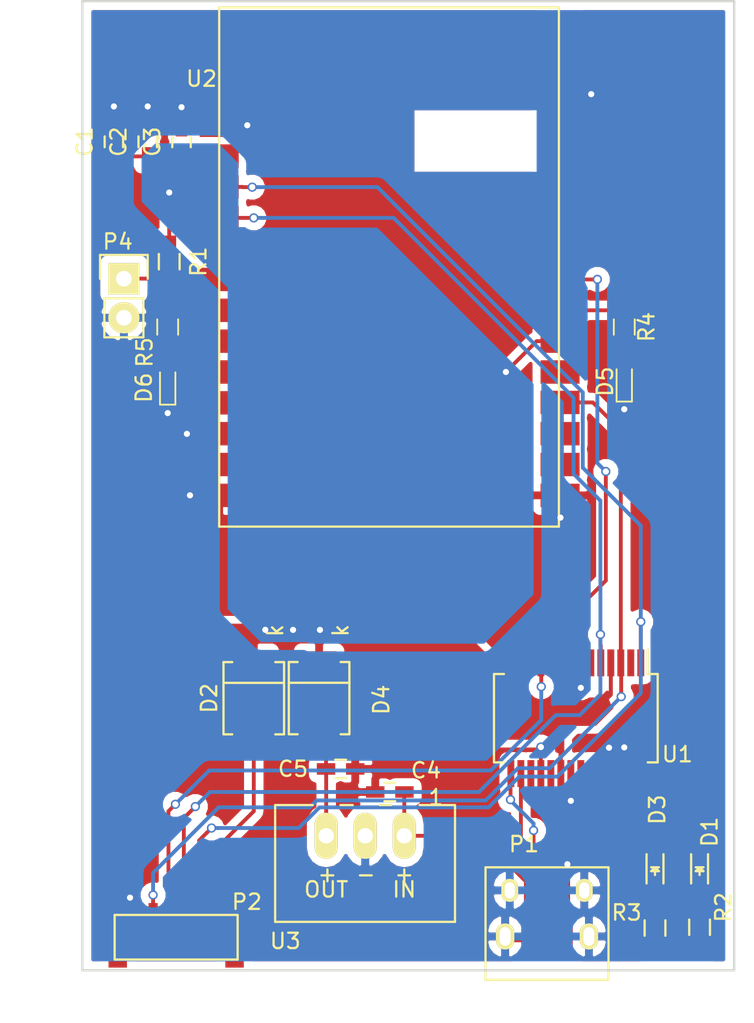
<source format=kicad_pcb>
(kicad_pcb (version 4) (host pcbnew 4.0.2-stable)

  (general
    (links 62)
    (no_connects 3)
    (area 6.591667 12.074999 55.951191 78.775)
    (thickness 1.6)
    (drawings 4)
    (tracks 240)
    (zones 0)
    (modules 22)
    (nets 58)
  )

  (page A4)
  (layers
    (0 F.Cu signal)
    (31 B.Cu signal)
    (32 B.Adhes user)
    (33 F.Adhes user)
    (34 B.Paste user)
    (35 F.Paste user)
    (36 B.SilkS user)
    (37 F.SilkS user)
    (38 B.Mask user)
    (39 F.Mask user)
    (40 Dwgs.User user)
    (41 Cmts.User user)
    (42 Eco1.User user)
    (43 Eco2.User user)
    (44 Edge.Cuts user)
    (45 Margin user)
    (46 B.CrtYd user)
    (47 F.CrtYd user)
    (48 B.Fab user)
    (49 F.Fab user)
  )

  (setup
    (last_trace_width 0.25)
    (trace_clearance 0.2)
    (zone_clearance 0.508)
    (zone_45_only yes)
    (trace_min 0.2)
    (segment_width 0.2)
    (edge_width 0.15)
    (via_size 0.6)
    (via_drill 0.4)
    (via_min_size 0.4)
    (via_min_drill 0.3)
    (uvia_size 0.3)
    (uvia_drill 0.1)
    (uvias_allowed no)
    (uvia_min_size 0.2)
    (uvia_min_drill 0.1)
    (pcb_text_width 0.3)
    (pcb_text_size 1.5 1.5)
    (mod_edge_width 0.15)
    (mod_text_size 1 1)
    (mod_text_width 0.15)
    (pad_size 1.524 1.524)
    (pad_drill 0.762)
    (pad_to_mask_clearance 0.2)
    (aux_axis_origin 0 0)
    (visible_elements 7FFFFFFF)
    (pcbplotparams
      (layerselection 0x00030_80000001)
      (usegerberextensions false)
      (excludeedgelayer true)
      (linewidth 0.100000)
      (plotframeref false)
      (viasonmask false)
      (mode 1)
      (useauxorigin false)
      (hpglpennumber 1)
      (hpglpenspeed 20)
      (hpglpendiameter 15)
      (hpglpenoverlay 2)
      (psnegative false)
      (psa4output false)
      (plotreference true)
      (plotvalue true)
      (plotinvisibletext false)
      (padsonsilk false)
      (subtractmaskfromsilk false)
      (outputformat 1)
      (mirror false)
      (drillshape 1)
      (scaleselection 1)
      (outputdirectory ""))
  )

  (net 0 "")
  (net 1 +3V3)
  (net 2 GND)
  (net 3 +5V)
  (net 4 "Net-(C5-Pad1)")
  (net 5 "Net-(D1-Pad2)")
  (net 6 /TX_LED)
  (net 7 "Net-(D3-Pad2)")
  (net 8 /RX_LED)
  (net 9 /D-)
  (net 10 /D+)
  (net 11 "Net-(P1-Pad4)")
  (net 12 /UART_TX)
  (net 13 /UART_RX)
  (net 14 /UART_XBEE_RTS)
  (net 15 /UART_XBEE_CTS)
  (net 16 /XBEE_RESET)
  (net 17 "Net-(U1-Pad2)")
  (net 18 "Net-(U1-Pad6)")
  (net 19 "Net-(U1-Pad8)")
  (net 20 "Net-(U1-Pad9)")
  (net 21 "Net-(U1-Pad10)")
  (net 22 "Net-(U1-Pad12)")
  (net 23 "Net-(U1-Pad13)")
  (net 24 "Net-(U1-Pad14)")
  (net 25 "Net-(U1-Pad17)")
  (net 26 "Net-(U1-Pad19)")
  (net 27 "Net-(U1-Pad24)")
  (net 28 "Net-(U1-Pad27)")
  (net 29 "Net-(U1-Pad28)")
  (net 30 "Net-(U2-Pad5)")
  (net 31 "Net-(U2-Pad8)")
  (net 32 "Net-(U2-Pad9)")
  (net 33 "Net-(U2-Pad10)")
  (net 34 "Net-(U2-Pad12)")
  (net 35 "Net-(U2-Pad14)")
  (net 36 "Net-(U2-Pad15)")
  (net 37 "Net-(U2-Pad16)")
  (net 38 "Net-(U2-Pad17)")
  (net 39 "Net-(U2-Pad18)")
  (net 40 "Net-(U2-Pad19)")
  (net 41 "Net-(U2-Pad20)")
  (net 42 "Net-(U2-Pad21)")
  (net 43 "Net-(U2-Pad23)")
  (net 44 "Net-(U2-Pad24)")
  (net 45 "Net-(U2-Pad26)")
  (net 46 "Net-(U2-Pad30)")
  (net 47 "Net-(U2-Pad31)")
  (net 48 "Net-(U2-Pad32)")
  (net 49 "Net-(U2-Pad33)")
  (net 50 "Net-(U2-Pad34)")
  (net 51 "Net-(U2-Pad36)")
  (net 52 "Net-(U2-Pad37)")
  (net 53 "Net-(D2-Pad2)")
  (net 54 "Net-(D5-Pad2)")
  (net 55 "Net-(D6-Pad2)")
  (net 56 "Net-(R4-Pad1)")
  (net 57 "Net-(R5-Pad1)")

  (net_class Default "Ceci est la Netclass par défaut"
    (clearance 0.2)
    (trace_width 0.25)
    (via_dia 0.6)
    (via_drill 0.4)
    (uvia_dia 0.3)
    (uvia_drill 0.1)
    (add_net +3V3)
    (add_net +5V)
    (add_net /D+)
    (add_net /D-)
    (add_net /RX_LED)
    (add_net /TX_LED)
    (add_net /UART_RX)
    (add_net /UART_TX)
    (add_net /UART_XBEE_CTS)
    (add_net /UART_XBEE_RTS)
    (add_net /XBEE_RESET)
    (add_net GND)
    (add_net "Net-(C5-Pad1)")
    (add_net "Net-(D1-Pad2)")
    (add_net "Net-(D2-Pad2)")
    (add_net "Net-(D3-Pad2)")
    (add_net "Net-(D5-Pad2)")
    (add_net "Net-(D6-Pad2)")
    (add_net "Net-(P1-Pad4)")
    (add_net "Net-(R4-Pad1)")
    (add_net "Net-(R5-Pad1)")
    (add_net "Net-(U1-Pad10)")
    (add_net "Net-(U1-Pad12)")
    (add_net "Net-(U1-Pad13)")
    (add_net "Net-(U1-Pad14)")
    (add_net "Net-(U1-Pad17)")
    (add_net "Net-(U1-Pad19)")
    (add_net "Net-(U1-Pad2)")
    (add_net "Net-(U1-Pad24)")
    (add_net "Net-(U1-Pad27)")
    (add_net "Net-(U1-Pad28)")
    (add_net "Net-(U1-Pad6)")
    (add_net "Net-(U1-Pad8)")
    (add_net "Net-(U1-Pad9)")
    (add_net "Net-(U2-Pad10)")
    (add_net "Net-(U2-Pad12)")
    (add_net "Net-(U2-Pad14)")
    (add_net "Net-(U2-Pad15)")
    (add_net "Net-(U2-Pad16)")
    (add_net "Net-(U2-Pad17)")
    (add_net "Net-(U2-Pad18)")
    (add_net "Net-(U2-Pad19)")
    (add_net "Net-(U2-Pad20)")
    (add_net "Net-(U2-Pad21)")
    (add_net "Net-(U2-Pad23)")
    (add_net "Net-(U2-Pad24)")
    (add_net "Net-(U2-Pad26)")
    (add_net "Net-(U2-Pad30)")
    (add_net "Net-(U2-Pad31)")
    (add_net "Net-(U2-Pad32)")
    (add_net "Net-(U2-Pad33)")
    (add_net "Net-(U2-Pad34)")
    (add_net "Net-(U2-Pad36)")
    (add_net "Net-(U2-Pad37)")
    (add_net "Net-(U2-Pad5)")
    (add_net "Net-(U2-Pad8)")
    (add_net "Net-(U2-Pad9)")
  )

  (module Resistors_SMD:R_0603_HandSoldering (layer F.Cu) (tedit 5418A00F) (tstamp 578F0DDA)
    (at 49.35 72.45 90)
    (descr "Resistor SMD 0603, hand soldering")
    (tags "resistor 0603")
    (path /578C75BB)
    (attr smd)
    (fp_text reference R3 (at 1 -1.85 360) (layer F.SilkS)
      (effects (font (size 1 1) (thickness 0.15)))
    )
    (fp_text value R (at 0 1.9 90) (layer F.Fab)
      (effects (font (size 1 1) (thickness 0.15)))
    )
    (fp_line (start -2 -0.8) (end 2 -0.8) (layer F.CrtYd) (width 0.05))
    (fp_line (start -2 0.8) (end 2 0.8) (layer F.CrtYd) (width 0.05))
    (fp_line (start -2 -0.8) (end -2 0.8) (layer F.CrtYd) (width 0.05))
    (fp_line (start 2 -0.8) (end 2 0.8) (layer F.CrtYd) (width 0.05))
    (fp_line (start 0.5 0.675) (end -0.5 0.675) (layer F.SilkS) (width 0.15))
    (fp_line (start -0.5 -0.675) (end 0.5 -0.675) (layer F.SilkS) (width 0.15))
    (pad 1 smd rect (at -1.1 0 90) (size 1.2 0.9) (layers F.Cu F.Paste F.Mask)
      (net 1 +3V3))
    (pad 2 smd rect (at 1.1 0 90) (size 1.2 0.9) (layers F.Cu F.Paste F.Mask)
      (net 7 "Net-(D3-Pad2)"))
    (model Resistors_SMD.3dshapes/R_0603_HandSoldering.wrl
      (at (xyz 0 0 0))
      (scale (xyz 1 1 1))
      (rotate (xyz 0 0 0))
    )
  )

  (module espitall:XBEE_868_LP (layer F.Cu) (tedit 578DBFC5) (tstamp 578F0E27)
    (at 21 20.2236)
    (path /575D6616)
    (fp_text reference U2 (at -1.15 -3.0236) (layer F.SilkS)
      (effects (font (size 1 1) (thickness 0.15)))
    )
    (fp_text value XBEE_868_LP (at 29.7 -6.3236) (layer F.Fab)
      (effects (font (size 1 1) (thickness 0.15)))
    )
    (fp_line (start 0 -7.6708) (end 22.098 -7.6708) (layer F.SilkS) (width 0.15))
    (fp_line (start 22.098 -7.6708) (end 22.098 26.1112) (layer F.SilkS) (width 0.15))
    (fp_line (start 22.098 26.1112) (end 0 26.1112) (layer F.SilkS) (width 0.15))
    (fp_line (start 0 26.1112) (end 0 -7.6708) (layer F.SilkS) (width 0.15))
    (pad 1 smd rect (at 0 0 90) (size 1.524 2.54) (layers F.Cu F.Paste F.Mask)
      (net 2 GND))
    (pad 2 smd rect (at 0 2.0066 90) (size 1.524 2.54) (layers F.Cu F.Paste F.Mask)
      (net 1 +3V3))
    (pad 3 smd rect (at 0 4.0132 90) (size 1.524 2.54) (layers F.Cu F.Paste F.Mask)
      (net 12 /UART_TX))
    (pad 4 smd rect (at 0 6.0198 90) (size 1.524 2.54) (layers F.Cu F.Paste F.Mask)
      (net 13 /UART_RX))
    (pad 5 smd rect (at 0 8.0264 90) (size 1.524 2.54) (layers F.Cu F.Paste F.Mask)
      (net 30 "Net-(U2-Pad5)"))
    (pad 6 smd rect (at 0 10.033 90) (size 1.524 2.54) (layers F.Cu F.Paste F.Mask)
      (net 16 /XBEE_RESET))
    (pad 7 smd rect (at 0 12.0396 90) (size 1.524 2.54) (layers F.Cu F.Paste F.Mask)
      (net 57 "Net-(R5-Pad1)"))
    (pad 8 smd rect (at 0 14.0462 90) (size 1.524 2.54) (layers F.Cu F.Paste F.Mask)
      (net 31 "Net-(U2-Pad8)"))
    (pad 9 smd rect (at 0 16.0528 90) (size 1.524 2.54) (layers F.Cu F.Paste F.Mask)
      (net 32 "Net-(U2-Pad9)"))
    (pad 10 smd rect (at 0 18.0594 90) (size 1.524 2.54) (layers F.Cu F.Paste F.Mask)
      (net 33 "Net-(U2-Pad10)"))
    (pad 11 smd rect (at 0 20.066 90) (size 1.524 2.54) (layers F.Cu F.Paste F.Mask)
      (net 2 GND))
    (pad 12 smd rect (at 0 22.0726 90) (size 1.524 2.54) (layers F.Cu F.Paste F.Mask)
      (net 34 "Net-(U2-Pad12)"))
    (pad 13 smd rect (at 0 24.0792 90) (size 1.524 2.54) (layers F.Cu F.Paste F.Mask)
      (net 2 GND))
    (pad 14 smd rect (at 4.064 26.1112) (size 1.524 2.54) (layers F.Cu F.Paste F.Mask)
      (net 35 "Net-(U2-Pad14)"))
    (pad 15 smd rect (at 6.0706 26.1112) (size 1.524 2.54) (layers F.Cu F.Paste F.Mask)
      (net 36 "Net-(U2-Pad15)"))
    (pad 16 smd rect (at 8.0772 26.1112) (size 1.524 2.54) (layers F.Cu F.Paste F.Mask)
      (net 37 "Net-(U2-Pad16)"))
    (pad 17 smd rect (at 10.0838 26.1112) (size 1.524 2.54) (layers F.Cu F.Paste F.Mask)
      (net 38 "Net-(U2-Pad17)"))
    (pad 18 smd rect (at 12.0904 26.1112) (size 1.524 2.54) (layers F.Cu F.Paste F.Mask)
      (net 39 "Net-(U2-Pad18)"))
    (pad 19 smd rect (at 14.097 26.1112) (size 1.524 2.54) (layers F.Cu F.Paste F.Mask)
      (net 40 "Net-(U2-Pad19)"))
    (pad 20 smd rect (at 16.1036 26.1112) (size 1.524 2.54) (layers F.Cu F.Paste F.Mask)
      (net 41 "Net-(U2-Pad20)"))
    (pad 21 smd rect (at 18.1102 26.1112) (size 1.524 2.54) (layers F.Cu F.Paste F.Mask)
      (net 42 "Net-(U2-Pad21)"))
    (pad 22 smd rect (at 22.1742 24.0792 90) (size 1.524 2.54) (layers F.Cu F.Paste F.Mask)
      (net 2 GND))
    (pad 23 smd rect (at 22.1742 22.0726 90) (size 1.524 2.54) (layers F.Cu F.Paste F.Mask)
      (net 43 "Net-(U2-Pad23)"))
    (pad 24 smd rect (at 22.1742 20.066 90) (size 1.524 2.54) (layers F.Cu F.Paste F.Mask)
      (net 44 "Net-(U2-Pad24)"))
    (pad 25 smd rect (at 22.1742 18.034 90) (size 1.524 2.54) (layers F.Cu F.Paste F.Mask)
      (net 15 /UART_XBEE_CTS))
    (pad 26 smd rect (at 22.1742 16.0528 90) (size 1.524 2.54) (layers F.Cu F.Paste F.Mask)
      (net 45 "Net-(U2-Pad26)"))
    (pad 27 smd rect (at 22.1742 14.0462 90) (size 1.524 2.54) (layers F.Cu F.Paste F.Mask)
      (net 1 +3V3))
    (pad 28 smd rect (at 22.1742 12.0396 90) (size 1.524 2.54) (layers F.Cu F.Paste F.Mask)
      (net 56 "Net-(R4-Pad1)"))
    (pad 29 smd rect (at 22.1742 10.033 90) (size 1.524 2.54) (layers F.Cu F.Paste F.Mask)
      (net 14 /UART_XBEE_RTS))
    (pad 30 smd rect (at 22.1742 8.0264 90) (size 1.524 2.54) (layers F.Cu F.Paste F.Mask)
      (net 46 "Net-(U2-Pad30)"))
    (pad 31 smd rect (at 22.1742 6.0198 90) (size 1.524 2.54) (layers F.Cu F.Paste F.Mask)
      (net 47 "Net-(U2-Pad31)"))
    (pad 32 smd rect (at 22.1742 4.0132 90) (size 1.524 2.54) (layers F.Cu F.Paste F.Mask)
      (net 48 "Net-(U2-Pad32)"))
    (pad 33 smd rect (at 22.1742 2.0066 90) (size 1.524 2.54) (layers F.Cu F.Paste F.Mask)
      (net 49 "Net-(U2-Pad33)"))
    (pad 34 smd rect (at 22.1742 0 90) (size 1.524 2.54) (layers F.Cu F.Paste F.Mask)
      (net 50 "Net-(U2-Pad34)"))
    (pad 35 smd rect (at 22.1742 -2.0066 90) (size 1.524 2.54) (layers F.Cu F.Paste F.Mask)
      (net 2 GND))
    (pad 36 smd rect (at 22.1742 -4.0132 90) (size 1.524 2.54) (layers F.Cu F.Paste F.Mask)
      (net 51 "Net-(U2-Pad36)"))
    (pad 37 smd rect (at 22.1742 -6.0198 90) (size 1.524 2.54) (layers F.Cu F.Paste F.Mask)
      (net 52 "Net-(U2-Pad37)"))
  )

  (module Capacitors_SMD:C_0603_HandSoldering (layer F.Cu) (tedit 541A9B4D) (tstamp 578F0D8B)
    (at 32.1 63.6 180)
    (descr "Capacitor SMD 0603, hand soldering")
    (tags "capacitor 0603")
    (path /5785F1FF)
    (attr smd)
    (fp_text reference C4 (at -2.35 1.4 180) (layer F.SilkS)
      (effects (font (size 1 1) (thickness 0.15)))
    )
    (fp_text value 10u (at 0 1.9 180) (layer F.Fab)
      (effects (font (size 1 1) (thickness 0.15)))
    )
    (fp_line (start -1.85 -0.75) (end 1.85 -0.75) (layer F.CrtYd) (width 0.05))
    (fp_line (start -1.85 0.75) (end 1.85 0.75) (layer F.CrtYd) (width 0.05))
    (fp_line (start -1.85 -0.75) (end -1.85 0.75) (layer F.CrtYd) (width 0.05))
    (fp_line (start 1.85 -0.75) (end 1.85 0.75) (layer F.CrtYd) (width 0.05))
    (fp_line (start -0.35 -0.6) (end 0.35 -0.6) (layer F.SilkS) (width 0.15))
    (fp_line (start 0.35 0.6) (end -0.35 0.6) (layer F.SilkS) (width 0.15))
    (pad 1 smd rect (at -0.95 0 180) (size 1.2 0.75) (layers F.Cu F.Paste F.Mask)
      (net 3 +5V))
    (pad 2 smd rect (at 0.95 0 180) (size 1.2 0.75) (layers F.Cu F.Paste F.Mask)
      (net 2 GND))
    (model Capacitors_SMD.3dshapes/C_0603_HandSoldering.wrl
      (at (xyz 0 0 0))
      (scale (xyz 1 1 1))
      (rotate (xyz 0 0 0))
    )
  )

  (module Housings_SSOP:SSOP-28_5.3x10.2mm_Pitch0.65mm (layer F.Cu) (tedit 54130A77) (tstamp 578F0DFA)
    (at 44.2 58.8 270)
    (descr "28-Lead Plastic Shrink Small Outline (SS)-5.30 mm Body [SSOP] (see Microchip Packaging Specification 00000049BS.pdf)")
    (tags "SSOP 0.65")
    (path /5785DDA4)
    (attr smd)
    (fp_text reference U1 (at 2.35 -6.6 360) (layer F.SilkS)
      (effects (font (size 1 1) (thickness 0.15)))
    )
    (fp_text value FTDI_232R (at 0 6.25 270) (layer F.Fab)
      (effects (font (size 1 1) (thickness 0.15)))
    )
    (fp_line (start -4.75 -5.5) (end -4.75 5.5) (layer F.CrtYd) (width 0.05))
    (fp_line (start 4.75 -5.5) (end 4.75 5.5) (layer F.CrtYd) (width 0.05))
    (fp_line (start -4.75 -5.5) (end 4.75 -5.5) (layer F.CrtYd) (width 0.05))
    (fp_line (start -4.75 5.5) (end 4.75 5.5) (layer F.CrtYd) (width 0.05))
    (fp_line (start -2.875 -5.325) (end -2.875 -4.675) (layer F.SilkS) (width 0.15))
    (fp_line (start 2.875 -5.325) (end 2.875 -4.675) (layer F.SilkS) (width 0.15))
    (fp_line (start 2.875 5.325) (end 2.875 4.675) (layer F.SilkS) (width 0.15))
    (fp_line (start -2.875 5.325) (end -2.875 4.675) (layer F.SilkS) (width 0.15))
    (fp_line (start -2.875 -5.325) (end 2.875 -5.325) (layer F.SilkS) (width 0.15))
    (fp_line (start -2.875 5.325) (end 2.875 5.325) (layer F.SilkS) (width 0.15))
    (fp_line (start -2.875 -4.675) (end -4.475 -4.675) (layer F.SilkS) (width 0.15))
    (pad 1 smd rect (at -3.6 -4.225 270) (size 1.75 0.45) (layers F.Cu F.Paste F.Mask)
      (net 12 /UART_TX))
    (pad 2 smd rect (at -3.6 -3.575 270) (size 1.75 0.45) (layers F.Cu F.Paste F.Mask)
      (net 17 "Net-(U1-Pad2)"))
    (pad 3 smd rect (at -3.6 -2.925 270) (size 1.75 0.45) (layers F.Cu F.Paste F.Mask)
      (net 15 /UART_XBEE_CTS))
    (pad 4 smd rect (at -3.6 -2.275 270) (size 1.75 0.45) (layers F.Cu F.Paste F.Mask)
      (net 1 +3V3))
    (pad 5 smd rect (at -3.6 -1.625 270) (size 1.75 0.45) (layers F.Cu F.Paste F.Mask)
      (net 13 /UART_RX))
    (pad 6 smd rect (at -3.6 -0.975 270) (size 1.75 0.45) (layers F.Cu F.Paste F.Mask)
      (net 18 "Net-(U1-Pad6)"))
    (pad 7 smd rect (at -3.6 -0.325 270) (size 1.75 0.45) (layers F.Cu F.Paste F.Mask)
      (net 2 GND))
    (pad 8 smd rect (at -3.6 0.325 270) (size 1.75 0.45) (layers F.Cu F.Paste F.Mask)
      (net 19 "Net-(U1-Pad8)"))
    (pad 9 smd rect (at -3.6 0.975 270) (size 1.75 0.45) (layers F.Cu F.Paste F.Mask)
      (net 20 "Net-(U1-Pad9)"))
    (pad 10 smd rect (at -3.6 1.625 270) (size 1.75 0.45) (layers F.Cu F.Paste F.Mask)
      (net 21 "Net-(U1-Pad10)"))
    (pad 11 smd rect (at -3.6 2.275 270) (size 1.75 0.45) (layers F.Cu F.Paste F.Mask)
      (net 14 /UART_XBEE_RTS))
    (pad 12 smd rect (at -3.6 2.925 270) (size 1.75 0.45) (layers F.Cu F.Paste F.Mask)
      (net 22 "Net-(U1-Pad12)"))
    (pad 13 smd rect (at -3.6 3.575 270) (size 1.75 0.45) (layers F.Cu F.Paste F.Mask)
      (net 23 "Net-(U1-Pad13)"))
    (pad 14 smd rect (at -3.6 4.225 270) (size 1.75 0.45) (layers F.Cu F.Paste F.Mask)
      (net 24 "Net-(U1-Pad14)"))
    (pad 15 smd rect (at 3.6 4.225 270) (size 1.75 0.45) (layers F.Cu F.Paste F.Mask)
      (net 10 /D+))
    (pad 16 smd rect (at 3.6 3.575 270) (size 1.75 0.45) (layers F.Cu F.Paste F.Mask)
      (net 9 /D-))
    (pad 17 smd rect (at 3.6 2.925 270) (size 1.75 0.45) (layers F.Cu F.Paste F.Mask)
      (net 25 "Net-(U1-Pad17)"))
    (pad 18 smd rect (at 3.6 2.275 270) (size 1.75 0.45) (layers F.Cu F.Paste F.Mask)
      (net 2 GND))
    (pad 19 smd rect (at 3.6 1.625 270) (size 1.75 0.45) (layers F.Cu F.Paste F.Mask)
      (net 26 "Net-(U1-Pad19)"))
    (pad 20 smd rect (at 3.6 0.975 270) (size 1.75 0.45) (layers F.Cu F.Paste F.Mask)
      (net 1 +3V3))
    (pad 21 smd rect (at 3.6 0.325 270) (size 1.75 0.45) (layers F.Cu F.Paste F.Mask)
      (net 2 GND))
    (pad 22 smd rect (at 3.6 -0.325 270) (size 1.75 0.45) (layers F.Cu F.Paste F.Mask)
      (net 8 /RX_LED))
    (pad 23 smd rect (at 3.6 -0.975 270) (size 1.75 0.45) (layers F.Cu F.Paste F.Mask)
      (net 6 /TX_LED))
    (pad 24 smd rect (at 3.6 -1.625 270) (size 1.75 0.45) (layers F.Cu F.Paste F.Mask)
      (net 27 "Net-(U1-Pad24)"))
    (pad 25 smd rect (at 3.6 -2.275 270) (size 1.75 0.45) (layers F.Cu F.Paste F.Mask)
      (net 2 GND))
    (pad 26 smd rect (at 3.6 -2.925 270) (size 1.75 0.45) (layers F.Cu F.Paste F.Mask)
      (net 2 GND))
    (pad 27 smd rect (at 3.6 -3.575 270) (size 1.75 0.45) (layers F.Cu F.Paste F.Mask)
      (net 28 "Net-(U1-Pad27)"))
    (pad 28 smd rect (at 3.6 -4.225 270) (size 1.75 0.45) (layers F.Cu F.Paste F.Mask)
      (net 29 "Net-(U1-Pad28)"))
    (model Housings_SSOP.3dshapes/SSOP-28_5.3x10.2mm_Pitch0.65mm.wrl
      (at (xyz 0 0 0))
      (scale (xyz 1 1 1))
      (rotate (xyz 0 0 0))
    )
  )

  (module "espitall:BM06B-SRSS-TB(LFSN)" (layer F.Cu) (tedit 578F0A50) (tstamp 578F0DBC)
    (at 20.7 71.6 180)
    (path /57651AEE)
    (fp_text reference P2 (at -2.1 0.85 180) (layer F.SilkS)
      (effects (font (size 1 1) (thickness 0.15)))
    )
    (fp_text value CONN_01X06 (at 9 3 180) (layer F.Fab)
      (effects (font (size 1 1) (thickness 0.15)))
    )
    (fp_line (start -1.5 0) (end -1.5 -2.9) (layer F.SilkS) (width 0.15))
    (fp_line (start -1.5 -2.9) (end 6.5 -2.9) (layer F.SilkS) (width 0.15))
    (fp_line (start 6.5 -2.9) (end 6.5 0) (layer F.SilkS) (width 0.15))
    (fp_line (start 6.5 0) (end -1.5 0) (layer F.SilkS) (width 0.15))
    (pad 1 smd rect (at 0 0 180) (size 0.6 1.55) (layers F.Cu F.Paste F.Mask)
      (net 53 "Net-(D2-Pad2)"))
    (pad 2 smd rect (at 1 0 180) (size 0.6 1.55) (layers F.Cu F.Paste F.Mask)
      (net 12 /UART_TX))
    (pad 3 smd rect (at 2 0 180) (size 0.6 1.55) (layers F.Cu F.Paste F.Mask)
      (net 13 /UART_RX))
    (pad 4 smd rect (at 3 0 180) (size 0.6 1.55) (layers F.Cu F.Paste F.Mask)
      (net 14 /UART_XBEE_RTS))
    (pad 5 smd rect (at 4 0 180) (size 0.6 1.55) (layers F.Cu F.Paste F.Mask)
      (net 15 /UART_XBEE_CTS))
    (pad 6 smd rect (at 5 0 180) (size 0.6 1.55) (layers F.Cu F.Paste F.Mask)
      (net 2 GND))
    (pad 7 smd rect (at -1.3 -2.525 180) (size 1.2 1.8) (layers F.Cu F.Paste F.Mask))
    (pad 8 smd rect (at 6.3 -2.525 180) (size 1.2 1.8) (layers F.Cu F.Paste F.Mask))
  )

  (module Capacitors_SMD:C_0603_HandSoldering (layer F.Cu) (tedit 541A9B4D) (tstamp 578F0D79)
    (at 14.15 21.3 90)
    (descr "Capacitor SMD 0603, hand soldering")
    (tags "capacitor 0603")
    (path /575D6B63)
    (attr smd)
    (fp_text reference C1 (at 0 -1.9 90) (layer F.SilkS)
      (effects (font (size 1 1) (thickness 0.15)))
    )
    (fp_text value 10uF (at 0 1.9 90) (layer F.Fab)
      (effects (font (size 1 1) (thickness 0.15)))
    )
    (fp_line (start -1.85 -0.75) (end 1.85 -0.75) (layer F.CrtYd) (width 0.05))
    (fp_line (start -1.85 0.75) (end 1.85 0.75) (layer F.CrtYd) (width 0.05))
    (fp_line (start -1.85 -0.75) (end -1.85 0.75) (layer F.CrtYd) (width 0.05))
    (fp_line (start 1.85 -0.75) (end 1.85 0.75) (layer F.CrtYd) (width 0.05))
    (fp_line (start -0.35 -0.6) (end 0.35 -0.6) (layer F.SilkS) (width 0.15))
    (fp_line (start 0.35 0.6) (end -0.35 0.6) (layer F.SilkS) (width 0.15))
    (pad 1 smd rect (at -0.95 0 90) (size 1.2 0.75) (layers F.Cu F.Paste F.Mask)
      (net 1 +3V3))
    (pad 2 smd rect (at 0.95 0 90) (size 1.2 0.75) (layers F.Cu F.Paste F.Mask)
      (net 2 GND))
    (model Capacitors_SMD.3dshapes/C_0603_HandSoldering.wrl
      (at (xyz 0 0 0))
      (scale (xyz 1 1 1))
      (rotate (xyz 0 0 0))
    )
  )

  (module Capacitors_SMD:C_0603_HandSoldering (layer F.Cu) (tedit 541A9B4D) (tstamp 578F0D7F)
    (at 16.35 21.3 90)
    (descr "Capacitor SMD 0603, hand soldering")
    (tags "capacitor 0603")
    (path /575D6B1C)
    (attr smd)
    (fp_text reference C2 (at 0 -1.9 90) (layer F.SilkS)
      (effects (font (size 1 1) (thickness 0.15)))
    )
    (fp_text value 1uF (at 0 1.9 90) (layer F.Fab)
      (effects (font (size 1 1) (thickness 0.15)))
    )
    (fp_line (start -1.85 -0.75) (end 1.85 -0.75) (layer F.CrtYd) (width 0.05))
    (fp_line (start -1.85 0.75) (end 1.85 0.75) (layer F.CrtYd) (width 0.05))
    (fp_line (start -1.85 -0.75) (end -1.85 0.75) (layer F.CrtYd) (width 0.05))
    (fp_line (start 1.85 -0.75) (end 1.85 0.75) (layer F.CrtYd) (width 0.05))
    (fp_line (start -0.35 -0.6) (end 0.35 -0.6) (layer F.SilkS) (width 0.15))
    (fp_line (start 0.35 0.6) (end -0.35 0.6) (layer F.SilkS) (width 0.15))
    (pad 1 smd rect (at -0.95 0 90) (size 1.2 0.75) (layers F.Cu F.Paste F.Mask)
      (net 1 +3V3))
    (pad 2 smd rect (at 0.95 0 90) (size 1.2 0.75) (layers F.Cu F.Paste F.Mask)
      (net 2 GND))
    (model Capacitors_SMD.3dshapes/C_0603_HandSoldering.wrl
      (at (xyz 0 0 0))
      (scale (xyz 1 1 1))
      (rotate (xyz 0 0 0))
    )
  )

  (module Capacitors_SMD:C_0603_HandSoldering (layer F.Cu) (tedit 541A9B4D) (tstamp 578F0D85)
    (at 18.55 21.3 90)
    (descr "Capacitor SMD 0603, hand soldering")
    (tags "capacitor 0603")
    (path /575D6A69)
    (attr smd)
    (fp_text reference C3 (at 0 -1.9 90) (layer F.SilkS)
      (effects (font (size 1 1) (thickness 0.15)))
    )
    (fp_text value 47pF (at 0 1.9 90) (layer F.Fab)
      (effects (font (size 1 1) (thickness 0.15)))
    )
    (fp_line (start -1.85 -0.75) (end 1.85 -0.75) (layer F.CrtYd) (width 0.05))
    (fp_line (start -1.85 0.75) (end 1.85 0.75) (layer F.CrtYd) (width 0.05))
    (fp_line (start -1.85 -0.75) (end -1.85 0.75) (layer F.CrtYd) (width 0.05))
    (fp_line (start 1.85 -0.75) (end 1.85 0.75) (layer F.CrtYd) (width 0.05))
    (fp_line (start -0.35 -0.6) (end 0.35 -0.6) (layer F.SilkS) (width 0.15))
    (fp_line (start 0.35 0.6) (end -0.35 0.6) (layer F.SilkS) (width 0.15))
    (pad 1 smd rect (at -0.95 0 90) (size 1.2 0.75) (layers F.Cu F.Paste F.Mask)
      (net 1 +3V3))
    (pad 2 smd rect (at 0.95 0 90) (size 1.2 0.75) (layers F.Cu F.Paste F.Mask)
      (net 2 GND))
    (model Capacitors_SMD.3dshapes/C_0603_HandSoldering.wrl
      (at (xyz 0 0 0))
      (scale (xyz 1 1 1))
      (rotate (xyz 0 0 0))
    )
  )

  (module Capacitors_SMD:C_0603_HandSoldering (layer F.Cu) (tedit 541A9B4D) (tstamp 578F0D91)
    (at 28.9 62.1)
    (descr "Capacitor SMD 0603, hand soldering")
    (tags "capacitor 0603")
    (path /5785F2E7)
    (attr smd)
    (fp_text reference C5 (at -3.1 0) (layer F.SilkS)
      (effects (font (size 1 1) (thickness 0.15)))
    )
    (fp_text value 10u (at 0 1.9) (layer F.Fab)
      (effects (font (size 1 1) (thickness 0.15)))
    )
    (fp_line (start -1.85 -0.75) (end 1.85 -0.75) (layer F.CrtYd) (width 0.05))
    (fp_line (start -1.85 0.75) (end 1.85 0.75) (layer F.CrtYd) (width 0.05))
    (fp_line (start -1.85 -0.75) (end -1.85 0.75) (layer F.CrtYd) (width 0.05))
    (fp_line (start 1.85 -0.75) (end 1.85 0.75) (layer F.CrtYd) (width 0.05))
    (fp_line (start -0.35 -0.6) (end 0.35 -0.6) (layer F.SilkS) (width 0.15))
    (fp_line (start 0.35 0.6) (end -0.35 0.6) (layer F.SilkS) (width 0.15))
    (pad 1 smd rect (at -0.95 0) (size 1.2 0.75) (layers F.Cu F.Paste F.Mask)
      (net 4 "Net-(C5-Pad1)"))
    (pad 2 smd rect (at 0.95 0) (size 1.2 0.75) (layers F.Cu F.Paste F.Mask)
      (net 2 GND))
    (model Capacitors_SMD.3dshapes/C_0603_HandSoldering.wrl
      (at (xyz 0 0 0))
      (scale (xyz 1 1 1))
      (rotate (xyz 0 0 0))
    )
  )

  (module LEDs:LED_0603 (layer F.Cu) (tedit 55BDE255) (tstamp 578F0D97)
    (at 52.25 68.75 270)
    (descr "LED 0603 smd package")
    (tags "LED led 0603 SMD smd SMT smt smdled SMDLED smtled SMTLED")
    (path /578C7A8F)
    (attr smd)
    (fp_text reference D1 (at -2.55 -0.65 450) (layer F.SilkS)
      (effects (font (size 1 1) (thickness 0.15)))
    )
    (fp_text value LED (at 0 1.5 270) (layer F.Fab)
      (effects (font (size 1 1) (thickness 0.15)))
    )
    (fp_line (start -1.1 0.55) (end 0.8 0.55) (layer F.SilkS) (width 0.15))
    (fp_line (start -1.1 -0.55) (end 0.8 -0.55) (layer F.SilkS) (width 0.15))
    (fp_line (start -0.2 0) (end 0.25 0) (layer F.SilkS) (width 0.15))
    (fp_line (start -0.25 -0.25) (end -0.25 0.25) (layer F.SilkS) (width 0.15))
    (fp_line (start -0.25 0) (end 0 -0.25) (layer F.SilkS) (width 0.15))
    (fp_line (start 0 -0.25) (end 0 0.25) (layer F.SilkS) (width 0.15))
    (fp_line (start 0 0.25) (end -0.25 0) (layer F.SilkS) (width 0.15))
    (fp_line (start 1.4 -0.75) (end 1.4 0.75) (layer F.CrtYd) (width 0.05))
    (fp_line (start 1.4 0.75) (end -1.4 0.75) (layer F.CrtYd) (width 0.05))
    (fp_line (start -1.4 0.75) (end -1.4 -0.75) (layer F.CrtYd) (width 0.05))
    (fp_line (start -1.4 -0.75) (end 1.4 -0.75) (layer F.CrtYd) (width 0.05))
    (pad 2 smd rect (at 0.7493 0 90) (size 0.79756 0.79756) (layers F.Cu F.Paste F.Mask)
      (net 5 "Net-(D1-Pad2)"))
    (pad 1 smd rect (at -0.7493 0 90) (size 0.79756 0.79756) (layers F.Cu F.Paste F.Mask)
      (net 6 /TX_LED))
    (model LEDs.3dshapes/LED_0603.wrl
      (at (xyz 0 0 0))
      (scale (xyz 1 1 1))
      (rotate (xyz 0 0 180))
    )
  )

  (module LEDs:LED_0603 (layer F.Cu) (tedit 55BDE255) (tstamp 578F0D9D)
    (at 49.35 68.75 270)
    (descr "LED 0603 smd package")
    (tags "LED led 0603 SMD smd SMT smt smdled SMDLED smtled SMTLED")
    (path /578C762C)
    (attr smd)
    (fp_text reference D3 (at -4 -0.15 270) (layer F.SilkS)
      (effects (font (size 1 1) (thickness 0.15)))
    )
    (fp_text value LED (at 0 1.5 270) (layer F.Fab)
      (effects (font (size 1 1) (thickness 0.15)))
    )
    (fp_line (start -1.1 0.55) (end 0.8 0.55) (layer F.SilkS) (width 0.15))
    (fp_line (start -1.1 -0.55) (end 0.8 -0.55) (layer F.SilkS) (width 0.15))
    (fp_line (start -0.2 0) (end 0.25 0) (layer F.SilkS) (width 0.15))
    (fp_line (start -0.25 -0.25) (end -0.25 0.25) (layer F.SilkS) (width 0.15))
    (fp_line (start -0.25 0) (end 0 -0.25) (layer F.SilkS) (width 0.15))
    (fp_line (start 0 -0.25) (end 0 0.25) (layer F.SilkS) (width 0.15))
    (fp_line (start 0 0.25) (end -0.25 0) (layer F.SilkS) (width 0.15))
    (fp_line (start 1.4 -0.75) (end 1.4 0.75) (layer F.CrtYd) (width 0.05))
    (fp_line (start 1.4 0.75) (end -1.4 0.75) (layer F.CrtYd) (width 0.05))
    (fp_line (start -1.4 0.75) (end -1.4 -0.75) (layer F.CrtYd) (width 0.05))
    (fp_line (start -1.4 -0.75) (end 1.4 -0.75) (layer F.CrtYd) (width 0.05))
    (pad 2 smd rect (at 0.7493 0 90) (size 0.79756 0.79756) (layers F.Cu F.Paste F.Mask)
      (net 7 "Net-(D3-Pad2)"))
    (pad 1 smd rect (at -0.7493 0 90) (size 0.79756 0.79756) (layers F.Cu F.Paste F.Mask)
      (net 8 /RX_LED))
    (model LEDs.3dshapes/LED_0603.wrl
      (at (xyz 0 0 0))
      (scale (xyz 1 1 1))
      (rotate (xyz 0 0 180))
    )
  )

  (module Connect:USB_Micro-B_10103594-0001LF (layer F.Cu) (tedit 560290CC) (tstamp 578F0DAC)
    (at 42.325 71.625)
    (descr "Micro USB Type B 10103594-0001LF")
    (tags "USB USB_B USB_micro USB_OTG")
    (path /578600B2)
    (attr smd)
    (fp_text reference P1 (at -1.5 -4.625) (layer F.SilkS)
      (effects (font (size 1 1) (thickness 0.15)))
    )
    (fp_text value USB_OTG (at 0 6.175) (layer F.Fab)
      (effects (font (size 1 1) (thickness 0.15)))
    )
    (fp_line (start -4.25 -3.4) (end 4.25 -3.4) (layer F.CrtYd) (width 0.05))
    (fp_line (start 4.25 -3.4) (end 4.25 4.45) (layer F.CrtYd) (width 0.05))
    (fp_line (start 4.25 4.45) (end -4.25 4.45) (layer F.CrtYd) (width 0.05))
    (fp_line (start -4.25 4.45) (end -4.25 -3.4) (layer F.CrtYd) (width 0.05))
    (fp_line (start -4 4.195) (end 4 4.195) (layer F.SilkS) (width 0.15))
    (fp_line (start -4 -3.125) (end 4 -3.125) (layer F.SilkS) (width 0.15))
    (fp_line (start 4 -3.125) (end 4 4.195) (layer F.SilkS) (width 0.15))
    (fp_line (start 4 3.575) (end -4 3.575) (layer F.SilkS) (width 0.15))
    (fp_line (start -4 4.195) (end -4 -3.125) (layer F.SilkS) (width 0.15))
    (pad 1 smd rect (at -1.3 -1.5 90) (size 1.65 0.4) (layers F.Cu F.Paste F.Mask)
      (net 3 +5V))
    (pad 2 smd rect (at -0.65 -1.5 90) (size 1.65 0.4) (layers F.Cu F.Paste F.Mask)
      (net 9 /D-))
    (pad 3 smd rect (at -0.0009 -1.5 90) (size 1.65 0.4) (layers F.Cu F.Paste F.Mask)
      (net 10 /D+))
    (pad 4 smd rect (at 0.65 -1.5 90) (size 1.65 0.4) (layers F.Cu F.Paste F.Mask)
      (net 11 "Net-(P1-Pad4)"))
    (pad 5 smd rect (at 1.3 -1.5 90) (size 1.65 0.4) (layers F.Cu F.Paste F.Mask)
      (net 2 GND))
    (pad 6 thru_hole oval (at -2.425 -1.625 90) (size 1.5 1.1) (drill oval 1.05 0.65) (layers *.Cu *.Mask F.SilkS)
      (net 2 GND))
    (pad 6 thru_hole oval (at 2.425 -1.625 90) (size 1.5 1.1) (drill oval 1.05 0.65) (layers *.Cu *.Mask F.SilkS)
      (net 2 GND))
    (pad 6 thru_hole oval (at -2.725 1.375 90) (size 1.7 1.2) (drill oval 1.2 0.7) (layers *.Cu *.Mask F.SilkS)
      (net 2 GND))
    (pad 6 thru_hole oval (at 2.725 1.375 90) (size 1.7 1.2) (drill oval 1.2 0.7) (layers *.Cu *.Mask F.SilkS)
      (net 2 GND))
    (pad 6 smd rect (at -0.9625 1.625 90) (size 2.5 1.425) (layers F.Cu F.Paste F.Mask)
      (net 2 GND))
    (pad 6 smd rect (at 0.9625 1.625 90) (size 2.5 1.425) (layers F.Cu F.Paste F.Mask)
      (net 2 GND))
  )

  (module Pin_Headers:Pin_Header_Straight_1x02 (layer F.Cu) (tedit 54EA090C) (tstamp 578F0DC8)
    (at 14.8 30.21)
    (descr "Through hole pin header")
    (tags "pin header")
    (path /57651E65)
    (fp_text reference P4 (at -0.4 -2.41) (layer F.SilkS)
      (effects (font (size 1 1) (thickness 0.15)))
    )
    (fp_text value CONN_01X02 (at -1.35 9.24 90) (layer F.Fab)
      (effects (font (size 1 1) (thickness 0.15)))
    )
    (fp_line (start 1.27 1.27) (end 1.27 3.81) (layer F.SilkS) (width 0.15))
    (fp_line (start 1.55 -1.55) (end 1.55 0) (layer F.SilkS) (width 0.15))
    (fp_line (start -1.75 -1.75) (end -1.75 4.3) (layer F.CrtYd) (width 0.05))
    (fp_line (start 1.75 -1.75) (end 1.75 4.3) (layer F.CrtYd) (width 0.05))
    (fp_line (start -1.75 -1.75) (end 1.75 -1.75) (layer F.CrtYd) (width 0.05))
    (fp_line (start -1.75 4.3) (end 1.75 4.3) (layer F.CrtYd) (width 0.05))
    (fp_line (start 1.27 1.27) (end -1.27 1.27) (layer F.SilkS) (width 0.15))
    (fp_line (start -1.55 0) (end -1.55 -1.55) (layer F.SilkS) (width 0.15))
    (fp_line (start -1.55 -1.55) (end 1.55 -1.55) (layer F.SilkS) (width 0.15))
    (fp_line (start -1.27 1.27) (end -1.27 3.81) (layer F.SilkS) (width 0.15))
    (fp_line (start -1.27 3.81) (end 1.27 3.81) (layer F.SilkS) (width 0.15))
    (pad 1 thru_hole rect (at 0 0) (size 2.032 2.032) (drill 1.016) (layers *.Cu *.Mask F.SilkS)
      (net 16 /XBEE_RESET))
    (pad 2 thru_hole oval (at 0 2.54) (size 2.032 2.032) (drill 1.016) (layers *.Cu *.Mask F.SilkS)
      (net 2 GND))
    (model Pin_Headers.3dshapes/Pin_Header_Straight_1x02.wrl
      (at (xyz 0 -0.05 0))
      (scale (xyz 1 1 1))
      (rotate (xyz 0 0 90))
    )
  )

  (module Resistors_SMD:R_0603_HandSoldering (layer F.Cu) (tedit 5418A00F) (tstamp 578F0DCE)
    (at 17.75 29.1 270)
    (descr "Resistor SMD 0603, hand soldering")
    (tags "resistor 0603")
    (path /575D66C5)
    (attr smd)
    (fp_text reference R1 (at 0 -1.9 270) (layer F.SilkS)
      (effects (font (size 1 1) (thickness 0.15)))
    )
    (fp_text value 10k (at -2.3 1.75 270) (layer F.Fab)
      (effects (font (size 1 1) (thickness 0.15)))
    )
    (fp_line (start -2 -0.8) (end 2 -0.8) (layer F.CrtYd) (width 0.05))
    (fp_line (start -2 0.8) (end 2 0.8) (layer F.CrtYd) (width 0.05))
    (fp_line (start -2 -0.8) (end -2 0.8) (layer F.CrtYd) (width 0.05))
    (fp_line (start 2 -0.8) (end 2 0.8) (layer F.CrtYd) (width 0.05))
    (fp_line (start 0.5 0.675) (end -0.5 0.675) (layer F.SilkS) (width 0.15))
    (fp_line (start -0.5 -0.675) (end 0.5 -0.675) (layer F.SilkS) (width 0.15))
    (pad 1 smd rect (at -1.1 0 270) (size 1.2 0.9) (layers F.Cu F.Paste F.Mask)
      (net 1 +3V3))
    (pad 2 smd rect (at 1.1 0 270) (size 1.2 0.9) (layers F.Cu F.Paste F.Mask)
      (net 16 /XBEE_RESET))
    (model Resistors_SMD.3dshapes/R_0603_HandSoldering.wrl
      (at (xyz 0 0 0))
      (scale (xyz 1 1 1))
      (rotate (xyz 0 0 0))
    )
  )

  (module Resistors_SMD:R_0603_HandSoldering (layer F.Cu) (tedit 5418A00F) (tstamp 578F0DD4)
    (at 52.25 72.4 90)
    (descr "Resistor SMD 0603, hand soldering")
    (tags "resistor 0603")
    (path /578C7A39)
    (attr smd)
    (fp_text reference R2 (at 1.3 1.55 270) (layer F.SilkS)
      (effects (font (size 1 1) (thickness 0.15)))
    )
    (fp_text value R (at 0 1.9 90) (layer F.Fab)
      (effects (font (size 1 1) (thickness 0.15)))
    )
    (fp_line (start -2 -0.8) (end 2 -0.8) (layer F.CrtYd) (width 0.05))
    (fp_line (start -2 0.8) (end 2 0.8) (layer F.CrtYd) (width 0.05))
    (fp_line (start -2 -0.8) (end -2 0.8) (layer F.CrtYd) (width 0.05))
    (fp_line (start 2 -0.8) (end 2 0.8) (layer F.CrtYd) (width 0.05))
    (fp_line (start 0.5 0.675) (end -0.5 0.675) (layer F.SilkS) (width 0.15))
    (fp_line (start -0.5 -0.675) (end 0.5 -0.675) (layer F.SilkS) (width 0.15))
    (pad 1 smd rect (at -1.1 0 90) (size 1.2 0.9) (layers F.Cu F.Paste F.Mask)
      (net 1 +3V3))
    (pad 2 smd rect (at 1.1 0 90) (size 1.2 0.9) (layers F.Cu F.Paste F.Mask)
      (net 5 "Net-(D1-Pad2)"))
    (model Resistors_SMD.3dshapes/R_0603_HandSoldering.wrl
      (at (xyz 0 0 0))
      (scale (xyz 1 1 1))
      (rotate (xyz 0 0 0))
    )
  )

  (module espitall:TSR-1 (layer F.Cu) (tedit 55662F22) (tstamp 578F0E3F)
    (at 33.04 66.45 180)
    (descr "DCDC-Converter, Traco, TSR-1")
    (tags "DCDC-Converter, Traco,  TSR-1")
    (path /5785EA0C)
    (fp_text reference U3 (at 7.74 -6.85 180) (layer F.SilkS)
      (effects (font (size 1 1) (thickness 0.15)))
    )
    (fp_text value TSR1-2433 (at 0 -7.2 180) (layer F.Fab)
      (effects (font (size 1 1) (thickness 0.15)))
    )
    (fp_line (start -3.3 -5.6) (end -3.3 2) (layer F.CrtYd) (width 0.05))
    (fp_line (start 8.4 -5.6) (end 8.4 2) (layer F.CrtYd) (width 0.05))
    (fp_line (start -3.3 -5.6) (end 8.4 -5.6) (layer F.CrtYd) (width 0.05))
    (fp_line (start -3.3 2) (end 8.4 2) (layer F.CrtYd) (width 0.05))
    (fp_line (start 8.4 -5.6) (end -3.3 -5.6) (layer F.SilkS) (width 0.15))
    (fp_text user 1 (at -2.06 2.5 180) (layer F.SilkS)
      (effects (font (size 1 1) (thickness 0.15)))
    )
    (fp_line (start -0.99822 2) (end -3.3 2) (layer F.SilkS) (width 0.15))
    (fp_line (start 1.6002 2) (end 0.8509 2) (layer F.SilkS) (width 0.15))
    (fp_line (start 4.15036 2) (end 3.35026 2) (layer F.SilkS) (width 0.15))
    (fp_line (start 8.4 2) (end 5.95122 2) (layer F.SilkS) (width 0.15))
    (fp_text user OUT (at 5.08 -3.4986 180) (layer F.SilkS)
      (effects (font (size 1 1) (thickness 0.15)))
    )
    (fp_text user IN (at 0 -3.4986 180) (layer F.SilkS)
      (effects (font (size 1 1) (thickness 0.15)))
    )
    (fp_text user - (at 2.49886 -2.50038 360) (layer F.SilkS)
      (effects (font (size 1 1) (thickness 0.15)))
    )
    (fp_text user + (at 5.00076 -2.50038 180) (layer F.SilkS)
      (effects (font (size 1 1) (thickness 0.15)))
    )
    (fp_text user + (at -0.0005 -2.50038 180) (layer F.SilkS)
      (effects (font (size 1 1) (thickness 0.15)))
    )
    (fp_line (start 8.4 2) (end 8.4 -5.6) (layer F.SilkS) (width 0.15))
    (fp_line (start -3.3 -5.6) (end -3.3 2) (layer F.SilkS) (width 0.15))
    (pad 1 thru_hole oval (at 0 0 180) (size 1.50114 2.99974) (drill 1.00076) (layers *.Cu *.Mask F.SilkS)
      (net 3 +5V))
    (pad 2 thru_hole oval (at 2.54 0 180) (size 1.50114 2.99974) (drill 1.00076) (layers *.Cu *.Mask F.SilkS)
      (net 2 GND))
    (pad 3 thru_hole oval (at 5.08 0 180) (size 1.50114 2.99974) (drill 1.00076) (layers *.Cu *.Mask F.SilkS)
      (net 4 "Net-(C5-Pad1)"))
  )

  (module LEDs:LED_0603 (layer F.Cu) (tedit 57FE93A5) (tstamp 5935296E)
    (at 47.35 36.9 90)
    (descr "LED 0603 smd package")
    (tags "LED led 0603 SMD smd SMT smt smdled SMDLED smtled SMTLED")
    (path /593548C8)
    (attr smd)
    (fp_text reference D5 (at 0 -1.25 90) (layer F.SilkS)
      (effects (font (size 1 1) (thickness 0.15)))
    )
    (fp_text value LED (at 0 1.35 90) (layer F.Fab)
      (effects (font (size 1 1) (thickness 0.15)))
    )
    (fp_line (start -1.3 -0.5) (end -1.3 0.5) (layer F.SilkS) (width 0.12))
    (fp_line (start -0.2 -0.2) (end -0.2 0.2) (layer F.Fab) (width 0.1))
    (fp_line (start -0.15 0) (end 0.15 -0.2) (layer F.Fab) (width 0.1))
    (fp_line (start 0.15 0.2) (end -0.15 0) (layer F.Fab) (width 0.1))
    (fp_line (start 0.15 -0.2) (end 0.15 0.2) (layer F.Fab) (width 0.1))
    (fp_line (start 0.8 0.4) (end -0.8 0.4) (layer F.Fab) (width 0.1))
    (fp_line (start 0.8 -0.4) (end 0.8 0.4) (layer F.Fab) (width 0.1))
    (fp_line (start -0.8 -0.4) (end 0.8 -0.4) (layer F.Fab) (width 0.1))
    (fp_line (start -0.8 0.4) (end -0.8 -0.4) (layer F.Fab) (width 0.1))
    (fp_line (start -1.3 0.5) (end 0.8 0.5) (layer F.SilkS) (width 0.12))
    (fp_line (start -1.3 -0.5) (end 0.8 -0.5) (layer F.SilkS) (width 0.12))
    (fp_line (start 1.45 -0.65) (end 1.45 0.65) (layer F.CrtYd) (width 0.05))
    (fp_line (start 1.45 0.65) (end -1.45 0.65) (layer F.CrtYd) (width 0.05))
    (fp_line (start -1.45 0.65) (end -1.45 -0.65) (layer F.CrtYd) (width 0.05))
    (fp_line (start -1.45 -0.65) (end 1.45 -0.65) (layer F.CrtYd) (width 0.05))
    (pad 2 smd rect (at 0.8 0 270) (size 0.8 0.8) (layers F.Cu F.Paste F.Mask)
      (net 54 "Net-(D5-Pad2)"))
    (pad 1 smd rect (at -0.8 0 270) (size 0.8 0.8) (layers F.Cu F.Paste F.Mask)
      (net 2 GND))
    (model LEDs.3dshapes/LED_0603.wrl
      (at (xyz 0 0 0))
      (scale (xyz 1 1 1))
      (rotate (xyz 0 0 180))
    )
  )

  (module LEDs:LED_0603 (layer F.Cu) (tedit 57FE93A5) (tstamp 59352974)
    (at 17.65 37.1 90)
    (descr "LED 0603 smd package")
    (tags "LED led 0603 SMD smd SMT smt smdled SMDLED smtled SMTLED")
    (path /59354475)
    (attr smd)
    (fp_text reference D6 (at -0.2 -1.55 90) (layer F.SilkS)
      (effects (font (size 1 1) (thickness 0.15)))
    )
    (fp_text value LED (at -3.45 0.05 90) (layer F.Fab)
      (effects (font (size 1 1) (thickness 0.15)))
    )
    (fp_line (start -1.3 -0.5) (end -1.3 0.5) (layer F.SilkS) (width 0.12))
    (fp_line (start -0.2 -0.2) (end -0.2 0.2) (layer F.Fab) (width 0.1))
    (fp_line (start -0.15 0) (end 0.15 -0.2) (layer F.Fab) (width 0.1))
    (fp_line (start 0.15 0.2) (end -0.15 0) (layer F.Fab) (width 0.1))
    (fp_line (start 0.15 -0.2) (end 0.15 0.2) (layer F.Fab) (width 0.1))
    (fp_line (start 0.8 0.4) (end -0.8 0.4) (layer F.Fab) (width 0.1))
    (fp_line (start 0.8 -0.4) (end 0.8 0.4) (layer F.Fab) (width 0.1))
    (fp_line (start -0.8 -0.4) (end 0.8 -0.4) (layer F.Fab) (width 0.1))
    (fp_line (start -0.8 0.4) (end -0.8 -0.4) (layer F.Fab) (width 0.1))
    (fp_line (start -1.3 0.5) (end 0.8 0.5) (layer F.SilkS) (width 0.12))
    (fp_line (start -1.3 -0.5) (end 0.8 -0.5) (layer F.SilkS) (width 0.12))
    (fp_line (start 1.45 -0.65) (end 1.45 0.65) (layer F.CrtYd) (width 0.05))
    (fp_line (start 1.45 0.65) (end -1.45 0.65) (layer F.CrtYd) (width 0.05))
    (fp_line (start -1.45 0.65) (end -1.45 -0.65) (layer F.CrtYd) (width 0.05))
    (fp_line (start -1.45 -0.65) (end 1.45 -0.65) (layer F.CrtYd) (width 0.05))
    (pad 2 smd rect (at 0.8 0 270) (size 0.8 0.8) (layers F.Cu F.Paste F.Mask)
      (net 55 "Net-(D6-Pad2)"))
    (pad 1 smd rect (at -0.8 0 270) (size 0.8 0.8) (layers F.Cu F.Paste F.Mask)
      (net 2 GND))
    (model LEDs.3dshapes/LED_0603.wrl
      (at (xyz 0 0 0))
      (scale (xyz 1 1 1))
      (rotate (xyz 0 0 180))
    )
  )

  (module Resistors_SMD:R_0603_HandSoldering (layer F.Cu) (tedit 58E0A804) (tstamp 5935297A)
    (at 47.35 33.35 270)
    (descr "Resistor SMD 0603, hand soldering")
    (tags "resistor 0603")
    (path /5935485B)
    (attr smd)
    (fp_text reference R4 (at 0 -1.45 270) (layer F.SilkS)
      (effects (font (size 1 1) (thickness 0.15)))
    )
    (fp_text value R (at 0 1.55 270) (layer F.Fab)
      (effects (font (size 1 1) (thickness 0.15)))
    )
    (fp_text user %R (at 1.8 -1.15 270) (layer F.Fab)
      (effects (font (size 0.5 0.5) (thickness 0.075)))
    )
    (fp_line (start -0.8 0.4) (end -0.8 -0.4) (layer F.Fab) (width 0.1))
    (fp_line (start 0.8 0.4) (end -0.8 0.4) (layer F.Fab) (width 0.1))
    (fp_line (start 0.8 -0.4) (end 0.8 0.4) (layer F.Fab) (width 0.1))
    (fp_line (start -0.8 -0.4) (end 0.8 -0.4) (layer F.Fab) (width 0.1))
    (fp_line (start 0.5 0.68) (end -0.5 0.68) (layer F.SilkS) (width 0.12))
    (fp_line (start -0.5 -0.68) (end 0.5 -0.68) (layer F.SilkS) (width 0.12))
    (fp_line (start -1.96 -0.7) (end 1.95 -0.7) (layer F.CrtYd) (width 0.05))
    (fp_line (start -1.96 -0.7) (end -1.96 0.7) (layer F.CrtYd) (width 0.05))
    (fp_line (start 1.95 0.7) (end 1.95 -0.7) (layer F.CrtYd) (width 0.05))
    (fp_line (start 1.95 0.7) (end -1.96 0.7) (layer F.CrtYd) (width 0.05))
    (pad 1 smd rect (at -1.1 0 270) (size 1.2 0.9) (layers F.Cu F.Paste F.Mask)
      (net 56 "Net-(R4-Pad1)"))
    (pad 2 smd rect (at 1.1 0 270) (size 1.2 0.9) (layers F.Cu F.Paste F.Mask)
      (net 54 "Net-(D5-Pad2)"))
    (model ${KISYS3DMOD}/Resistors_SMD.3dshapes/R_0603.wrl
      (at (xyz 0 0 0))
      (scale (xyz 1 1 1))
      (rotate (xyz 0 0 0))
    )
  )

  (module Resistors_SMD:R_0603_HandSoldering (layer F.Cu) (tedit 58E0A804) (tstamp 59352980)
    (at 17.65 33.35 270)
    (descr "Resistor SMD 0603, hand soldering")
    (tags "resistor 0603")
    (path /593542E6)
    (attr smd)
    (fp_text reference R5 (at 1.65 1.5 270) (layer F.SilkS)
      (effects (font (size 1 1) (thickness 0.15)))
    )
    (fp_text value R (at -0.15 -1.25 360) (layer F.Fab)
      (effects (font (size 1 1) (thickness 0.15)))
    )
    (fp_text user %R (at 1.25 -1.15 270) (layer F.Fab)
      (effects (font (size 0.5 0.5) (thickness 0.075)))
    )
    (fp_line (start -0.8 0.4) (end -0.8 -0.4) (layer F.Fab) (width 0.1))
    (fp_line (start 0.8 0.4) (end -0.8 0.4) (layer F.Fab) (width 0.1))
    (fp_line (start 0.8 -0.4) (end 0.8 0.4) (layer F.Fab) (width 0.1))
    (fp_line (start -0.8 -0.4) (end 0.8 -0.4) (layer F.Fab) (width 0.1))
    (fp_line (start 0.5 0.68) (end -0.5 0.68) (layer F.SilkS) (width 0.12))
    (fp_line (start -0.5 -0.68) (end 0.5 -0.68) (layer F.SilkS) (width 0.12))
    (fp_line (start -1.96 -0.7) (end 1.95 -0.7) (layer F.CrtYd) (width 0.05))
    (fp_line (start -1.96 -0.7) (end -1.96 0.7) (layer F.CrtYd) (width 0.05))
    (fp_line (start 1.95 0.7) (end 1.95 -0.7) (layer F.CrtYd) (width 0.05))
    (fp_line (start 1.95 0.7) (end -1.96 0.7) (layer F.CrtYd) (width 0.05))
    (pad 1 smd rect (at -1.1 0 270) (size 1.2 0.9) (layers F.Cu F.Paste F.Mask)
      (net 57 "Net-(R5-Pad1)"))
    (pad 2 smd rect (at 1.1 0 270) (size 1.2 0.9) (layers F.Cu F.Paste F.Mask)
      (net 55 "Net-(D6-Pad2)"))
    (model ${KISYS3DMOD}/Resistors_SMD.3dshapes/R_0603.wrl
      (at (xyz 0 0 0))
      (scale (xyz 1 1 1))
      (rotate (xyz 0 0 0))
    )
  )

  (module espitall:SOD5336X244 (layer F.Cu) (tedit 5935285B) (tstamp 59352C0D)
    (at 23.25 57.5 270)
    (path /59352BEC)
    (fp_text reference D2 (at 0 2.9 270) (layer F.SilkS)
      (effects (font (size 1 1) (thickness 0.15)))
    )
    (fp_text value SS110B (at 0.05 4.2 270) (layer F.Fab)
      (effects (font (size 1 1) (thickness 0.15)))
    )
    (fp_text user k (at -4.4 -1.4 270) (layer F.SilkS)
      (effects (font (size 1 1) (thickness 0.15)))
    )
    (fp_line (start -1 -1.97) (end -1 1.97) (layer F.SilkS) (width 0.15))
    (fp_line (start -2.35 1.97) (end -2.35 1.4) (layer F.SilkS) (width 0.15))
    (fp_line (start 2.35 1.97) (end -2.35 1.97) (layer F.SilkS) (width 0.15))
    (fp_line (start 2.35 1.4) (end 2.35 1.97) (layer F.SilkS) (width 0.15))
    (fp_line (start 2.35 -1.97) (end 2.35 -1.4) (layer F.SilkS) (width 0.15))
    (fp_line (start -2.35 -1.97) (end 2.35 -1.97) (layer F.SilkS) (width 0.15))
    (fp_line (start -2.35 -1.4) (end -2.35 -1.97) (layer F.SilkS) (width 0.15))
    (pad 1 smd rect (at -2.495 0) (size 2.26 1.11) (layers F.Cu F.Paste F.Mask)
      (net 1 +3V3))
    (pad 2 smd rect (at 2.495 0) (size 2.26 1.11) (layers F.Cu F.Paste F.Mask)
      (net 53 "Net-(D2-Pad2)"))
  )

  (module espitall:SOD5336X244 (layer F.Cu) (tedit 5935285B) (tstamp 59352C1B)
    (at 27.5 57.495 270)
    (path /57861004)
    (fp_text reference D4 (at 0.105 -4.05 270) (layer F.SilkS)
      (effects (font (size 1 1) (thickness 0.15)))
    )
    (fp_text value SS110B (at 0 -2.7 270) (layer F.Fab)
      (effects (font (size 1 1) (thickness 0.15)))
    )
    (fp_text user k (at -4.4 -1.4 270) (layer F.SilkS)
      (effects (font (size 1 1) (thickness 0.15)))
    )
    (fp_line (start -1 -1.97) (end -1 1.97) (layer F.SilkS) (width 0.15))
    (fp_line (start -2.35 1.97) (end -2.35 1.4) (layer F.SilkS) (width 0.15))
    (fp_line (start 2.35 1.97) (end -2.35 1.97) (layer F.SilkS) (width 0.15))
    (fp_line (start 2.35 1.4) (end 2.35 1.97) (layer F.SilkS) (width 0.15))
    (fp_line (start 2.35 -1.97) (end 2.35 -1.4) (layer F.SilkS) (width 0.15))
    (fp_line (start -2.35 -1.97) (end 2.35 -1.97) (layer F.SilkS) (width 0.15))
    (fp_line (start -2.35 -1.4) (end -2.35 -1.97) (layer F.SilkS) (width 0.15))
    (pad 1 smd rect (at -2.495 0) (size 2.26 1.11) (layers F.Cu F.Paste F.Mask)
      (net 1 +3V3))
    (pad 2 smd rect (at 2.495 0) (size 2.26 1.11) (layers F.Cu F.Paste F.Mask)
      (net 4 "Net-(C5-Pad1)"))
  )

  (gr_line (start 54.5 75.2) (end 12.1 75.2) (layer Edge.Cuts) (width 0.15))
  (gr_line (start 54.5 12.15) (end 54.5 75.2) (layer Edge.Cuts) (width 0.15))
  (gr_line (start 12.1 12.15) (end 54.5 12.15) (layer Edge.Cuts) (width 0.15))
  (gr_line (start 12.1 75.2) (end 12.1 12.15) (layer Edge.Cuts) (width 0.15))

  (segment (start 25.375736 53.05) (end 24 53.05) (width 0.25) (layer F.Cu) (net 1))
  (via (at 24 53.05) (size 0.6) (drill 0.4) (layers F.Cu B.Cu) (net 1))
  (segment (start 25.805009 53.055009) (end 25.380745 53.055009) (width 0.25) (layer F.Cu) (net 1))
  (segment (start 25.380745 53.055009) (end 25.375736 53.05) (width 0.25) (layer F.Cu) (net 1))
  (via (at 25.805009 53.055009) (size 0.6) (drill 0.4) (layers F.Cu B.Cu) (net 1))
  (segment (start 27.555009 53.055009) (end 25.805009 53.055009) (width 0.25) (layer F.Cu) (net 1))
  (segment (start 27.5 55) (end 27.5 54.195) (width 0.25) (layer F.Cu) (net 1))
  (segment (start 27.5 54.195) (end 27.555009 54.139991) (width 0.25) (layer F.Cu) (net 1))
  (segment (start 27.555009 54.139991) (end 27.555009 53.555009) (width 0.25) (layer F.Cu) (net 1))
  (via (at 27.555009 53.055009) (size 0.6) (drill 0.4) (layers F.Cu B.Cu) (net 1))
  (segment (start 27.555009 53.555009) (end 27.555009 53.055009) (width 0.25) (layer F.Cu) (net 1))
  (segment (start 46.475 57.275) (end 45.9 57.85) (width 0.25) (layer F.Cu) (net 1))
  (segment (start 46.475 55.2) (end 46.475 57.275) (width 0.25) (layer F.Cu) (net 1))
  (segment (start 43.225 62.4) (end 43.225 65.275) (width 0.25) (layer F.Cu) (net 1))
  (segment (start 43.225 65.275) (end 47.95 70) (width 0.25) (layer F.Cu) (net 1))
  (segment (start 47.95 70) (end 47.95 72.85) (width 0.25) (layer F.Cu) (net 1))
  (segment (start 47.95 72.85) (end 48.65 73.55) (width 0.25) (layer F.Cu) (net 1))
  (segment (start 48.65 73.55) (end 49.35 73.55) (width 0.25) (layer F.Cu) (net 1))
  (segment (start 52.25 73.5) (end 49.4 73.5) (width 0.25) (layer F.Cu) (net 1))
  (segment (start 49.4 73.5) (end 49.35 73.55) (width 0.25) (layer F.Cu) (net 1))
  (segment (start 43.2 61.25) (end 43.2 59.9) (width 0.25) (layer F.Cu) (net 1))
  (segment (start 43.225 62.4) (end 43.225 61.275) (width 0.25) (layer F.Cu) (net 1))
  (segment (start 43.225 61.275) (end 43.2 61.25) (width 0.25) (layer F.Cu) (net 1))
  (segment (start 46.475 56.325) (end 46.475 57.175) (width 0.25) (layer F.Cu) (net 1))
  (segment (start 46.475 55.2) (end 46.475 56.325) (width 0.25) (layer F.Cu) (net 1))
  (segment (start 29.65 36.5) (end 29.65 51.45) (width 0.25) (layer B.Cu) (net 1))
  (segment (start 29.65 36.5) (end 29.75 36.6) (width 0.25) (layer B.Cu) (net 1))
  (segment (start 17.75 24.6) (end 29.65 36.5) (width 0.25) (layer B.Cu) (net 1))
  (segment (start 29.75 36.6) (end 39.324 36.6) (width 0.25) (layer B.Cu) (net 1))
  (segment (start 39.324 36.6) (end 39.65 36.274) (width 0.25) (layer B.Cu) (net 1))
  (segment (start 17.75 24.6) (end 17.75 22.425) (width 0.25) (layer F.Cu) (net 1))
  (segment (start 17.75 28) (end 17.75 24.6) (width 0.25) (layer F.Cu) (net 1))
  (via (at 17.75 24.6) (size 0.6) (drill 0.4) (layers F.Cu B.Cu) (net 1))
  (via (at 39.65 36.274) (size 0.6) (drill 0.4) (layers F.Cu B.Cu) (net 1))
  (segment (start 43.1742 34.2698) (end 41.6542 34.2698) (width 0.25) (layer F.Cu) (net 1))
  (segment (start 41.6542 34.2698) (end 39.65 36.274) (width 0.25) (layer F.Cu) (net 1))
  (segment (start 18.55 22.25) (end 20.9802 22.25) (width 0.25) (layer F.Cu) (net 1))
  (segment (start 20.9802 22.25) (end 21 22.2302) (width 0.25) (layer F.Cu) (net 1))
  (segment (start 16.35 22.25) (end 14.15 22.25) (width 0.25) (layer F.Cu) (net 1))
  (segment (start 18.55 22.25) (end 16.35 22.25) (width 0.25) (layer F.Cu) (net 1))
  (segment (start 17.75 22.425) (end 17.925 22.25) (width 0.25) (layer F.Cu) (net 1))
  (segment (start 17.925 22.25) (end 18.55 22.25) (width 0.25) (layer F.Cu) (net 1))
  (segment (start 18.5934 22.2066) (end 18.55 22.25) (width 0.25) (layer F.Cu) (net 1) (tstamp 57905C9B))
  (segment (start 41.3625 73.25) (end 39.85 73.25) (width 0.25) (layer F.Cu) (net 2))
  (segment (start 39.85 73.25) (end 39.6 73) (width 0.25) (layer F.Cu) (net 2))
  (segment (start 43.65 69.025) (end 43.65 68.3) (width 0.25) (layer F.Cu) (net 2))
  (via (at 43.65 68.3) (size 0.6) (drill 0.4) (layers F.Cu B.Cu) (net 2))
  (segment (start 43.625 70.125) (end 43.625 69.05) (width 0.25) (layer F.Cu) (net 2))
  (segment (start 43.625 69.05) (end 43.65 69.025) (width 0.25) (layer F.Cu) (net 2))
  (via (at 43.875 64.175) (size 0.6) (drill 0.4) (layers F.Cu B.Cu) (net 2))
  (segment (start 43.875 62.4) (end 43.875 64.175) (width 0.25) (layer F.Cu) (net 2))
  (segment (start 46.475 62.4) (end 46.475 60.836968) (width 0.25) (layer F.Cu) (net 2))
  (via (at 46.35753 60.719498) (size 0.6) (drill 0.4) (layers F.Cu B.Cu) (net 2))
  (segment (start 46.475 60.836968) (end 46.35753 60.719498) (width 0.25) (layer F.Cu) (net 2))
  (via (at 15.2 70.475) (size 0.6) (drill 0.4) (layers F.Cu B.Cu) (net 2))
  (segment (start 15.7 72) (end 15.7 70.975) (width 0.25) (layer F.Cu) (net 2))
  (segment (start 15.7 70.975) (end 15.2 70.475) (width 0.25) (layer F.Cu) (net 2))
  (segment (start 43.2 45.3406) (end 43.2 45.75) (width 0.25) (layer F.Cu) (net 2))
  (via (at 43.2 45.75) (size 0.6) (drill 0.4) (layers F.Cu B.Cu) (net 2))
  (segment (start 43.1742 44.3028) (end 43.1742 45.3148) (width 0.25) (layer F.Cu) (net 2))
  (segment (start 43.1742 45.3148) (end 43.2 45.3406) (width 0.25) (layer F.Cu) (net 2))
  (segment (start 47.35 38.35) (end 47.35 38.7) (width 0.25) (layer F.Cu) (net 2))
  (via (at 47.35 38.7) (size 0.6) (drill 0.4) (layers F.Cu B.Cu) (net 2))
  (segment (start 47.35 37.7) (end 47.35 38.35) (width 0.25) (layer F.Cu) (net 2))
  (segment (start 44.7112 18.2) (end 45.2 18.2) (width 0.25) (layer F.Cu) (net 2))
  (via (at 45.2 18.2) (size 0.6) (drill 0.4) (layers F.Cu B.Cu) (net 2))
  (segment (start 43.1742 18.217) (end 44.6942 18.217) (width 0.25) (layer F.Cu) (net 2))
  (segment (start 44.6942 18.217) (end 44.7112 18.2) (width 0.25) (layer F.Cu) (net 2))
  (via (at 22.8264 20.2236) (size 0.6) (drill 0.4) (layers F.Cu B.Cu) (net 2))
  (segment (start 21 20.2236) (end 22.8264 20.2236) (width 0.25) (layer F.Cu) (net 2))
  (segment (start 14.15 19.5) (end 14.15 19) (width 0.25) (layer F.Cu) (net 2))
  (via (at 14.15 19) (size 0.6) (drill 0.4) (layers F.Cu B.Cu) (net 2))
  (segment (start 14.15 20.35) (end 14.15 19.5) (width 0.25) (layer F.Cu) (net 2))
  (via (at 16.35 19) (size 0.6) (drill 0.4) (layers F.Cu B.Cu) (net 2))
  (segment (start 16.35 20.35) (end 16.35 19) (width 0.25) (layer F.Cu) (net 2))
  (segment (start 18.55 19.5) (end 18.55 19.05) (width 0.25) (layer F.Cu) (net 2))
  (via (at 18.55 19.05) (size 0.6) (drill 0.4) (layers F.Cu B.Cu) (net 2))
  (segment (start 18.55 20.35) (end 18.55 19.5) (width 0.25) (layer F.Cu) (net 2))
  (via (at 17.65 38.95) (size 0.6) (drill 0.4) (layers F.Cu B.Cu) (net 2))
  (segment (start 17.65 37.9) (end 17.65 38.95) (width 0.25) (layer F.Cu) (net 2))
  (segment (start 19.4772 44.3) (end 19.1 44.3) (width 0.25) (layer F.Cu) (net 2))
  (via (at 19.1 44.3) (size 0.6) (drill 0.4) (layers F.Cu B.Cu) (net 2))
  (segment (start 21 44.3028) (end 19.48 44.3028) (width 0.25) (layer F.Cu) (net 2))
  (segment (start 19.48 44.3028) (end 19.4772 44.3) (width 0.25) (layer F.Cu) (net 2))
  (segment (start 19.4696 40.3) (end 18.9 40.3) (width 0.25) (layer F.Cu) (net 2))
  (via (at 18.9 40.3) (size 0.6) (drill 0.4) (layers F.Cu B.Cu) (net 2))
  (segment (start 21 40.2896) (end 19.48 40.2896) (width 0.25) (layer F.Cu) (net 2))
  (segment (start 19.48 40.2896) (end 19.4696 40.3) (width 0.25) (layer F.Cu) (net 2))
  (via (at 44.525 56.825) (size 0.6) (drill 0.4) (layers F.Cu B.Cu) (net 2))
  (segment (start 44.525 55.2) (end 44.525 56.825) (width 0.25) (layer F.Cu) (net 2))
  (segment (start 47.125 60.925) (end 47.35 60.7) (width 0.25) (layer F.Cu) (net 2))
  (via (at 47.35 60.7) (size 0.6) (drill 0.4) (layers F.Cu B.Cu) (net 2))
  (segment (start 47.125 62.4) (end 47.125 60.925) (width 0.25) (layer F.Cu) (net 2))
  (via (at 41.925 60.675) (size 0.6) (drill 0.4) (layers F.Cu B.Cu) (net 2))
  (segment (start 41.925 62.4) (end 41.925 60.675) (width 0.25) (layer F.Cu) (net 2))
  (segment (start 16.45 20.25) (end 16.35 20.35) (width 0.25) (layer F.Cu) (net 2))
  (segment (start 18.7 20.2) (end 18.55 20.35) (width 0.25) (layer F.Cu) (net 2))
  (segment (start 34.04057 66.45) (end 33.04 66.45) (width 0.25) (layer F.Cu) (net 3))
  (segment (start 37.4 68.3) (end 35.55 66.45) (width 0.25) (layer F.Cu) (net 3))
  (segment (start 39.825 68.3) (end 37.4 68.3) (width 0.25) (layer F.Cu) (net 3))
  (segment (start 41.025 69.5) (end 39.825 68.3) (width 0.25) (layer F.Cu) (net 3))
  (segment (start 41.025 70.125) (end 41.025 69.5) (width 0.25) (layer F.Cu) (net 3))
  (segment (start 35.55 66.45) (end 34.04057 66.45) (width 0.25) (layer F.Cu) (net 3))
  (segment (start 33.04 66.45) (end 33.04 63.61) (width 0.25) (layer F.Cu) (net 3))
  (segment (start 33.04 63.61) (end 33.05 63.6) (width 0.25) (layer F.Cu) (net 3))
  (segment (start 27.95 62.1) (end 27.95 60.44) (width 0.25) (layer F.Cu) (net 4))
  (segment (start 27.95 60.44) (end 27.5 59.99) (width 0.25) (layer F.Cu) (net 4))
  (segment (start 27.96 66.45) (end 27.96 62.11) (width 0.25) (layer F.Cu) (net 4))
  (segment (start 27.96 62.11) (end 27.95 62.1) (width 0.25) (layer F.Cu) (net 4))
  (segment (start 52.25 69.4993) (end 52.25 71.3) (width 0.25) (layer F.Cu) (net 5))
  (segment (start 45.175 62.4) (end 45.175 63.525) (width 0.25) (layer F.Cu) (net 6))
  (segment (start 45.175 63.525) (end 48.2 66.55) (width 0.25) (layer F.Cu) (net 6))
  (segment (start 48.2 66.55) (end 51.8 66.55) (width 0.25) (layer F.Cu) (net 6))
  (segment (start 51.8 66.55) (end 51.85 66.6) (width 0.25) (layer F.Cu) (net 6))
  (segment (start 52.25 67) (end 51.85 66.6) (width 0.25) (layer F.Cu) (net 6))
  (segment (start 52.25 67.35192) (end 52.25 67) (width 0.25) (layer F.Cu) (net 6))
  (segment (start 52.25 68.0007) (end 52.25 67.35192) (width 0.25) (layer F.Cu) (net 6))
  (segment (start 49.35 69.4993) (end 49.35 71.35) (width 0.25) (layer F.Cu) (net 7))
  (segment (start 44.525 62.4) (end 44.525 64.075) (width 0.25) (layer F.Cu) (net 8))
  (segment (start 44.525 64.075) (end 47.45 67) (width 0.25) (layer F.Cu) (net 8))
  (segment (start 47.45 67) (end 48.99808 67) (width 0.25) (layer F.Cu) (net 8))
  (segment (start 48.99808 67) (end 49.35 67.35192) (width 0.25) (layer F.Cu) (net 8))
  (segment (start 49.35 67.35192) (end 49.35 68.0007) (width 0.25) (layer F.Cu) (net 8))
  (segment (start 41.675 69.05) (end 40.625 68) (width 0.25) (layer F.Cu) (net 9))
  (segment (start 41.675 70.125) (end 41.675 69.05) (width 0.25) (layer F.Cu) (net 9))
  (segment (start 40.625 68) (end 40.625 63.525) (width 0.25) (layer F.Cu) (net 9))
  (segment (start 40.625 63.525) (end 40.625 62.4) (width 0.25) (layer F.Cu) (net 9))
  (segment (start 39.95 64.1) (end 39.95 62.425) (width 0.25) (layer F.Cu) (net 10))
  (segment (start 39.95 62.425) (end 39.975 62.4) (width 0.25) (layer F.Cu) (net 10))
  (segment (start 40 64.2) (end 40 64.15) (width 0.25) (layer B.Cu) (net 10))
  (segment (start 40 64.15) (end 39.95 64.1) (width 0.25) (layer B.Cu) (net 10))
  (via (at 39.95 64.1) (size 0.6) (drill 0.4) (layers F.Cu B.Cu) (net 10))
  (segment (start 41.45 65.65) (end 40 64.2) (width 0.25) (layer B.Cu) (net 10))
  (segment (start 41.45 66.1) (end 41.45 65.65) (width 0.25) (layer B.Cu) (net 10))
  (segment (start 41.45 68.1759) (end 41.45 66.1) (width 0.25) (layer F.Cu) (net 10))
  (via (at 41.45 66.1) (size 0.6) (drill 0.4) (layers F.Cu B.Cu) (net 10))
  (segment (start 42.3241 70.125) (end 42.3241 69.05) (width 0.25) (layer F.Cu) (net 10))
  (segment (start 42.3241 69.05) (end 41.45 68.1759) (width 0.25) (layer F.Cu) (net 10))
  (segment (start 48.425 52.525) (end 48.425 57.175) (width 0.25) (layer B.Cu) (net 12))
  (segment (start 48.425 57.175) (end 43 62.6) (width 0.25) (layer B.Cu) (net 12))
  (segment (start 27.522799 64.600022) (end 26.179044 65.943777) (width 0.25) (layer B.Cu) (net 12))
  (segment (start 43 62.6) (end 40.522821 62.6) (width 0.25) (layer B.Cu) (net 12))
  (segment (start 40.522821 62.6) (end 38.522799 64.600022) (width 0.25) (layer B.Cu) (net 12))
  (segment (start 38.522799 64.600022) (end 27.522799 64.600022) (width 0.25) (layer B.Cu) (net 12))
  (segment (start 26.179044 65.943777) (end 20.925812 65.943777) (width 0.25) (layer B.Cu) (net 12))
  (segment (start 20.925812 65.943777) (end 20.501548 65.943777) (width 0.25) (layer B.Cu) (net 12))
  (segment (start 20.201549 66.243776) (end 20.501548 65.943777) (width 0.25) (layer F.Cu) (net 12))
  (segment (start 19.7 71.6) (end 19.7 66.745325) (width 0.25) (layer F.Cu) (net 12))
  (via (at 20.501548 65.943777) (size 0.6) (drill 0.4) (layers F.Cu B.Cu) (net 12))
  (segment (start 19.7 66.745325) (end 20.201549 66.243776) (width 0.25) (layer F.Cu) (net 12))
  (segment (start 44.65 42.5) (end 44.65 37.6) (width 0.25) (layer B.Cu) (net 12))
  (segment (start 44.65 37.6) (end 31.3 24.25) (width 0.25) (layer B.Cu) (net 12))
  (segment (start 48.425 46.275) (end 44.65 42.5) (width 0.25) (layer B.Cu) (net 12))
  (segment (start 48.425 52.525) (end 48.425 47.1) (width 0.25) (layer B.Cu) (net 12))
  (segment (start 48.425 47.1) (end 48.425 46.275) (width 0.25) (layer B.Cu) (net 12))
  (via (at 48.425 52.525) (size 0.6) (drill 0.4) (layers F.Cu B.Cu) (net 12))
  (segment (start 48.425 52.825) (end 48.425 52.525) (width 0.25) (layer F.Cu) (net 12))
  (segment (start 48.425 53.675) (end 48.425 52.825) (width 0.25) (layer F.Cu) (net 12))
  (segment (start 31.3 24.25) (end 25.7 24.25) (width 0.25) (layer B.Cu) (net 12))
  (segment (start 23.15 24.25) (end 25.7 24.25) (width 0.25) (layer B.Cu) (net 12))
  (segment (start 48.425 53.675) (end 48.425 55.2) (width 0.25) (layer F.Cu) (net 12))
  (segment (start 22.5332 24.25) (end 23.15 24.25) (width 0.25) (layer F.Cu) (net 12))
  (via (at 23.15 24.25) (size 0.6) (drill 0.4) (layers F.Cu B.Cu) (net 12))
  (segment (start 21 24.2368) (end 22.52 24.2368) (width 0.25) (layer F.Cu) (net 12))
  (segment (start 22.52 24.2368) (end 22.5332 24.25) (width 0.25) (layer F.Cu) (net 12))
  (segment (start 45.8 53.35) (end 45.8 57.25) (width 0.25) (layer B.Cu) (net 13))
  (segment (start 45.8 57.25) (end 44.45 58.6) (width 0.25) (layer B.Cu) (net 13))
  (segment (start 44.45 58.6) (end 42.9 58.6) (width 0.25) (layer B.Cu) (net 13))
  (segment (start 42.9 58.6) (end 37.9 63.6) (width 0.25) (layer B.Cu) (net 13))
  (segment (start 37.9 63.6) (end 20.4 63.6) (width 0.25) (layer B.Cu) (net 13))
  (segment (start 20.4 63.6) (end 19.45 64.55) (width 0.25) (layer B.Cu) (net 13))
  (via (at 19.45 64.55) (size 0.6) (drill 0.4) (layers F.Cu B.Cu) (net 13))
  (segment (start 18.7 65.3) (end 19.45 64.55) (width 0.25) (layer F.Cu) (net 13))
  (segment (start 18.7 70.575) (end 18.7 65.3) (width 0.25) (layer F.Cu) (net 13))
  (segment (start 18.7 71.6) (end 18.7 70.575) (width 0.25) (layer F.Cu) (net 13))
  (segment (start 23.25 26.25) (end 32.35 26.25) (width 0.25) (layer B.Cu) (net 13))
  (segment (start 32.35 26.25) (end 44.05 37.95) (width 0.25) (layer B.Cu) (net 13))
  (segment (start 45.8 44.65) (end 45.8 53.35) (width 0.25) (layer B.Cu) (net 13))
  (segment (start 44.05 37.95) (end 44.05 42.9) (width 0.25) (layer B.Cu) (net 13))
  (segment (start 44.05 42.9) (end 45.8 44.65) (width 0.25) (layer B.Cu) (net 13))
  (segment (start 23.25 26.25) (end 21.0066 26.25) (width 0.25) (layer F.Cu) (net 13))
  (segment (start 21.0066 26.25) (end 21 26.2434) (width 0.25) (layer F.Cu) (net 13))
  (via (at 23.25 26.25) (size 0.6) (drill 0.4) (layers F.Cu B.Cu) (net 13))
  (segment (start 45.8 54.05) (end 45.8 53.35) (width 0.25) (layer F.Cu) (net 13))
  (via (at 45.8 53.35) (size 0.6) (drill 0.4) (layers F.Cu B.Cu) (net 13))
  (segment (start 45.825 55.2) (end 45.825 54.075) (width 0.25) (layer F.Cu) (net 13))
  (segment (start 45.825 54.075) (end 45.8 54.05) (width 0.25) (layer F.Cu) (net 13))
  (segment (start 38.663599 62.199991) (end 41.95 58.91359) (width 0.25) (layer B.Cu) (net 14))
  (segment (start 18.15 64.4) (end 20.350009 62.199991) (width 0.25) (layer B.Cu) (net 14))
  (segment (start 41.95 57.174264) (end 41.95 56.75) (width 0.25) (layer B.Cu) (net 14))
  (segment (start 41.95 58.91359) (end 41.95 57.174264) (width 0.25) (layer B.Cu) (net 14))
  (segment (start 20.350009 62.199991) (end 38.663599 62.199991) (width 0.25) (layer B.Cu) (net 14))
  (via (at 18.15 64.4) (size 0.6) (drill 0.4) (layers F.Cu B.Cu) (net 14))
  (segment (start 17.7 70.575) (end 17.7 64.85) (width 0.25) (layer F.Cu) (net 14))
  (segment (start 17.7 64.85) (end 18.15 64.4) (width 0.25) (layer F.Cu) (net 14))
  (segment (start 41.95 56.75) (end 41.95 55.225) (width 0.25) (layer F.Cu) (net 14))
  (segment (start 41.95 55.225) (end 41.925 55.2) (width 0.25) (layer F.Cu) (net 14))
  (via (at 41.95 56.75) (size 0.6) (drill 0.4) (layers F.Cu B.Cu) (net 14))
  (segment (start 17.7 71.6) (end 17.7 70.575) (width 0.25) (layer F.Cu) (net 14))
  (segment (start 45.6 30.25) (end 45.6 42.2) (width 0.25) (layer B.Cu) (net 14))
  (segment (start 45.6 42.2) (end 46.15 42.75) (width 0.25) (layer B.Cu) (net 14))
  (via (at 46.15 42.75) (size 0.6) (drill 0.4) (layers F.Cu B.Cu) (net 14))
  (segment (start 46.15 49.85) (end 46.15 42.75) (width 0.25) (layer F.Cu) (net 14))
  (segment (start 41.925 55.2) (end 41.925 54.075) (width 0.25) (layer F.Cu) (net 14))
  (segment (start 41.925 54.075) (end 46.15 49.85) (width 0.25) (layer F.Cu) (net 14))
  (segment (start 43.1742 30.2566) (end 45.5934 30.2566) (width 0.25) (layer F.Cu) (net 14))
  (segment (start 45.5934 30.2566) (end 45.6 30.25) (width 0.25) (layer F.Cu) (net 14))
  (via (at 45.6 30.25) (size 0.6) (drill 0.4) (layers F.Cu B.Cu) (net 14))
  (segment (start 47.15 57.4) (end 42.5 62.05) (width 0.25) (layer B.Cu) (net 15))
  (segment (start 38.336399 64.150011) (end 27.336399 64.150011) (width 0.25) (layer B.Cu) (net 15))
  (segment (start 27.336399 64.150011) (end 26.886401 64.600009) (width 0.25) (layer B.Cu) (net 15))
  (segment (start 42.5 62.05) (end 40.43641 62.05) (width 0.25) (layer B.Cu) (net 15))
  (segment (start 26.886401 64.600009) (end 20.961404 64.600009) (width 0.25) (layer B.Cu) (net 15))
  (segment (start 40.43641 62.05) (end 38.336399 64.150011) (width 0.25) (layer B.Cu) (net 15))
  (segment (start 20.961404 64.600009) (end 16.7 68.861413) (width 0.25) (layer B.Cu) (net 15))
  (segment (start 16.7 68.861413) (end 16.7 70.3) (width 0.25) (layer B.Cu) (net 15))
  (segment (start 47.15 57.4) (end 47.15 55.225) (width 0.25) (layer F.Cu) (net 15))
  (segment (start 47.15 55.225) (end 47.125 55.2) (width 0.25) (layer F.Cu) (net 15))
  (via (at 47.15 57.4) (size 0.6) (drill 0.4) (layers F.Cu B.Cu) (net 15))
  (via (at 16.7 70.3) (size 0.6) (drill 0.4) (layers F.Cu B.Cu) (net 15))
  (segment (start 16.7 70.975) (end 16.7 70.3) (width 0.25) (layer F.Cu) (net 15))
  (segment (start 16.7 72) (end 16.7 70.975) (width 0.25) (layer F.Cu) (net 15))
  (segment (start 47.125 55.2) (end 47.125 40.075) (width 0.25) (layer F.Cu) (net 15))
  (segment (start 47.125 40.075) (end 47 39.95) (width 0.25) (layer F.Cu) (net 15))
  (segment (start 47 39.95) (end 45.3076 38.2576) (width 0.25) (layer F.Cu) (net 15))
  (segment (start 45.3076 38.2576) (end 44.6942 38.2576) (width 0.25) (layer F.Cu) (net 15))
  (segment (start 43.1742 38.2576) (end 44.6942 38.2576) (width 0.25) (layer F.Cu) (net 15))
  (segment (start 17.75 30.2) (end 14.81 30.2) (width 0.25) (layer F.Cu) (net 16))
  (segment (start 14.81 30.2) (end 14.8 30.21) (width 0.25) (layer F.Cu) (net 16))
  (segment (start 21 30.2566) (end 17.8066 30.2566) (width 0.25) (layer F.Cu) (net 16))
  (segment (start 17.8066 30.2566) (end 17.75 30.2) (width 0.25) (layer F.Cu) (net 16))
  (segment (start 20.7 67.4) (end 23.25 64.85) (width 0.25) (layer F.Cu) (net 53))
  (segment (start 23.25 64.85) (end 23.25 59.995) (width 0.25) (layer F.Cu) (net 53))
  (segment (start 20.7 72) (end 20.7 67.4) (width 0.25) (layer F.Cu) (net 53))
  (segment (start 47.35 34.45) (end 47.35 36.1) (width 0.25) (layer F.Cu) (net 54))
  (segment (start 17.65 36.3) (end 17.65 34.45) (width 0.25) (layer F.Cu) (net 55))
  (segment (start 43.1742 32.2632) (end 47.3368 32.2632) (width 0.25) (layer F.Cu) (net 56))
  (segment (start 47.3368 32.2632) (end 47.35 32.25) (width 0.25) (layer F.Cu) (net 56))
  (segment (start 21 32.2632) (end 17.6632 32.2632) (width 0.25) (layer F.Cu) (net 57))
  (segment (start 17.6632 32.2632) (end 17.65 32.25) (width 0.25) (layer F.Cu) (net 57))

  (zone (net 0) (net_name "") (layer F.Cu) (tstamp 0) (hatch edge 0.508)
    (connect_pads (clearance 0.508))
    (min_thickness 0.254)
    (keepout (tracks not_allowed) (vias not_allowed) (copperpour not_allowed))
    (fill yes (arc_segments 16) (thermal_gap 0.508) (thermal_bridge_width 0.508))
    (polygon
      (pts
        (xy 41.65 19.25) (xy 41.65 23.25) (xy 35.9 23.25) (xy 33.7 23.25) (xy 33.7 20.25)
        (xy 33.7 19.6) (xy 33.7 19.4) (xy 33.7 19.25)
      )
    )
  )
  (zone (net 0) (net_name "") (layer B.Cu) (tstamp 0) (hatch edge 0.508)
    (connect_pads (clearance 0.508))
    (min_thickness 0.254)
    (keepout (tracks not_allowed) (vias not_allowed) (copperpour not_allowed))
    (fill yes (arc_segments 16) (thermal_gap 0.508) (thermal_bridge_width 0.508))
    (polygon
      (pts
        (xy 41.65 19.25) (xy 41.65 23.25) (xy 33.7 23.25) (xy 33.7 19.25)
      )
    )
  )
  (zone (net 2) (net_name GND) (layer B.Cu) (tstamp 0) (hatch edge 0.508)
    (priority 1)
    (connect_pads (clearance 0.508))
    (min_thickness 0.254)
    (fill yes (arc_segments 16) (thermal_gap 0.508) (thermal_bridge_width 0.508))
    (polygon
      (pts
        (xy 12.1 12.15) (xy 54.5 12.15) (xy 54.5 75.2) (xy 12.1 75.2)
      )
    )
    (filled_polygon
      (pts
        (xy 53.79 74.49) (xy 12.81 74.49) (xy 12.81 73.322696) (xy 38.354744 73.322696) (xy 38.477353 73.793701)
        (xy 38.770875 74.181933) (xy 39.190624 74.428286) (xy 39.282391 74.443462) (xy 39.473 74.318731) (xy 39.473 73.127)
        (xy 39.727 73.127) (xy 39.727 74.318731) (xy 39.917609 74.443462) (xy 40.009376 74.428286) (xy 40.429125 74.181933)
        (xy 40.722647 73.793701) (xy 40.845256 73.322696) (xy 43.804744 73.322696) (xy 43.927353 73.793701) (xy 44.220875 74.181933)
        (xy 44.640624 74.428286) (xy 44.732391 74.443462) (xy 44.923 74.318731) (xy 44.923 73.127) (xy 45.177 73.127)
        (xy 45.177 74.318731) (xy 45.367609 74.443462) (xy 45.459376 74.428286) (xy 45.879125 74.181933) (xy 46.172647 73.793701)
        (xy 46.295256 73.322696) (xy 46.132547 73.127) (xy 45.177 73.127) (xy 44.923 73.127) (xy 43.967453 73.127)
        (xy 43.804744 73.322696) (xy 40.845256 73.322696) (xy 40.682547 73.127) (xy 39.727 73.127) (xy 39.473 73.127)
        (xy 38.517453 73.127) (xy 38.354744 73.322696) (xy 12.81 73.322696) (xy 12.81 72.677304) (xy 38.354744 72.677304)
        (xy 38.517453 72.873) (xy 39.473 72.873) (xy 39.473 71.681269) (xy 39.727 71.681269) (xy 39.727 72.873)
        (xy 40.682547 72.873) (xy 40.845256 72.677304) (xy 43.804744 72.677304) (xy 43.967453 72.873) (xy 44.923 72.873)
        (xy 44.923 71.681269) (xy 45.177 71.681269) (xy 45.177 72.873) (xy 46.132547 72.873) (xy 46.295256 72.677304)
        (xy 46.172647 72.206299) (xy 45.879125 71.818067) (xy 45.459376 71.571714) (xy 45.367609 71.556538) (xy 45.177 71.681269)
        (xy 44.923 71.681269) (xy 44.732391 71.556538) (xy 44.640624 71.571714) (xy 44.220875 71.818067) (xy 43.927353 72.206299)
        (xy 43.804744 72.677304) (xy 40.845256 72.677304) (xy 40.722647 72.206299) (xy 40.429125 71.818067) (xy 40.009376 71.571714)
        (xy 39.917609 71.556538) (xy 39.727 71.681269) (xy 39.473 71.681269) (xy 39.282391 71.556538) (xy 39.190624 71.571714)
        (xy 38.770875 71.818067) (xy 38.477353 72.206299) (xy 38.354744 72.677304) (xy 12.81 72.677304) (xy 12.81 33.132944)
        (xy 13.194025 33.132944) (xy 13.393615 33.614818) (xy 13.831621 34.087188) (xy 14.417054 34.355983) (xy 14.673 34.237367)
        (xy 14.673 32.877) (xy 14.927 32.877) (xy 14.927 34.237367) (xy 15.182946 34.355983) (xy 15.768379 34.087188)
        (xy 16.206385 33.614818) (xy 16.405975 33.132944) (xy 16.286836 32.877) (xy 14.927 32.877) (xy 14.673 32.877)
        (xy 13.313164 32.877) (xy 13.194025 33.132944) (xy 12.81 33.132944) (xy 12.81 29.194) (xy 13.13656 29.194)
        (xy 13.13656 31.226) (xy 13.180838 31.461317) (xy 13.31991 31.677441) (xy 13.482948 31.78884) (xy 13.393615 31.885182)
        (xy 13.194025 32.367056) (xy 13.313164 32.623) (xy 14.673 32.623) (xy 14.673 32.603) (xy 14.927 32.603)
        (xy 14.927 32.623) (xy 16.286836 32.623) (xy 16.405975 32.367056) (xy 16.206385 31.885182) (xy 16.115903 31.787602)
        (xy 16.267441 31.69009) (xy 16.412431 31.47789) (xy 16.46344 31.226) (xy 16.46344 29.194) (xy 16.419162 28.958683)
        (xy 16.28009 28.742559) (xy 16.06789 28.597569) (xy 15.816 28.54656) (xy 13.784 28.54656) (xy 13.548683 28.590838)
        (xy 13.332559 28.72991) (xy 13.187569 28.94211) (xy 13.13656 29.194) (xy 12.81 29.194) (xy 12.81 22.3)
        (xy 15.315 22.3) (xy 15.315 25.2) (xy 15.361672 25.438946) (xy 15.500987 25.649013) (xy 20.915 31.063026)
        (xy 20.915 51.7) (xy 20.961672 51.938946) (xy 21.100987 52.149013) (xy 23.250987 54.299013) (xy 23.452949 54.434971)
        (xy 23.7 54.485) (xy 26.528718 54.485) (xy 26.602949 54.534971) (xy 26.85 54.585) (xy 38.25 54.585)
        (xy 38.488946 54.538328) (xy 38.699013 54.399013) (xy 41.899013 51.199013) (xy 42.034971 50.997051) (xy 42.085 50.75)
        (xy 42.085 37.059802) (xy 43.29 38.264802) (xy 43.29 42.9) (xy 43.347852 43.190839) (xy 43.512599 43.437401)
        (xy 45.04 44.964802) (xy 45.04 52.787537) (xy 45.007808 52.819673) (xy 44.865162 53.163201) (xy 44.864838 53.535167)
        (xy 45.006883 53.878943) (xy 45.04 53.912118) (xy 45.04 56.935198) (xy 44.135198 57.84) (xy 42.9 57.84)
        (xy 42.71 57.877794) (xy 42.71 57.312463) (xy 42.742192 57.280327) (xy 42.884838 56.936799) (xy 42.885162 56.564833)
        (xy 42.743117 56.221057) (xy 42.480327 55.957808) (xy 42.136799 55.815162) (xy 41.764833 55.814838) (xy 41.421057 55.956883)
        (xy 41.157808 56.219673) (xy 41.015162 56.563201) (xy 41.014838 56.935167) (xy 41.156883 57.278943) (xy 41.19 57.312118)
        (xy 41.19 58.598788) (xy 38.348797 61.439991) (xy 20.350009 61.439991) (xy 20.05917 61.497843) (xy 19.812608 61.66259)
        (xy 18.01032 63.464878) (xy 17.964833 63.464838) (xy 17.621057 63.606883) (xy 17.357808 63.869673) (xy 17.215162 64.213201)
        (xy 17.214838 64.585167) (xy 17.356883 64.928943) (xy 17.619673 65.192192) (xy 17.963201 65.334838) (xy 18.335167 65.335162)
        (xy 18.678943 65.193117) (xy 18.724981 65.14716) (xy 18.919673 65.342192) (xy 19.078477 65.408134) (xy 16.162599 68.324012)
        (xy 15.997852 68.570574) (xy 15.94 68.861413) (xy 15.94 69.737537) (xy 15.907808 69.769673) (xy 15.765162 70.113201)
        (xy 15.764838 70.485167) (xy 15.906883 70.828943) (xy 16.169673 71.092192) (xy 16.513201 71.234838) (xy 16.885167 71.235162)
        (xy 17.228943 71.093117) (xy 17.492192 70.830327) (xy 17.634838 70.486799) (xy 17.634988 70.313883) (xy 38.71432 70.313883)
        (xy 38.848156 70.758954) (xy 39.142125 71.118929) (xy 39.551474 71.339006) (xy 39.590256 71.343803) (xy 39.773 71.218361)
        (xy 39.773 70.127) (xy 40.027 70.127) (xy 40.027 71.218361) (xy 40.209744 71.343803) (xy 40.248526 71.339006)
        (xy 40.657875 71.118929) (xy 40.951844 70.758954) (xy 41.08568 70.313883) (xy 43.56432 70.313883) (xy 43.698156 70.758954)
        (xy 43.992125 71.118929) (xy 44.401474 71.339006) (xy 44.440256 71.343803) (xy 44.623 71.218361) (xy 44.623 70.127)
        (xy 44.877 70.127) (xy 44.877 71.218361) (xy 45.059744 71.343803) (xy 45.098526 71.339006) (xy 45.507875 71.118929)
        (xy 45.801844 70.758954) (xy 45.93568 70.313883) (xy 45.780148 70.127) (xy 44.877 70.127) (xy 44.623 70.127)
        (xy 43.719852 70.127) (xy 43.56432 70.313883) (xy 41.08568 70.313883) (xy 40.930148 70.127) (xy 40.027 70.127)
        (xy 39.773 70.127) (xy 38.869852 70.127) (xy 38.71432 70.313883) (xy 17.634988 70.313883) (xy 17.635162 70.114833)
        (xy 17.493117 69.771057) (xy 17.46 69.737882) (xy 17.46 69.686117) (xy 38.71432 69.686117) (xy 38.869852 69.873)
        (xy 39.773 69.873) (xy 39.773 68.781639) (xy 40.027 68.781639) (xy 40.027 69.873) (xy 40.930148 69.873)
        (xy 41.08568 69.686117) (xy 43.56432 69.686117) (xy 43.719852 69.873) (xy 44.623 69.873) (xy 44.623 68.781639)
        (xy 44.877 68.781639) (xy 44.877 69.873) (xy 45.780148 69.873) (xy 45.93568 69.686117) (xy 45.801844 69.241046)
        (xy 45.507875 68.881071) (xy 45.098526 68.660994) (xy 45.059744 68.656197) (xy 44.877 68.781639) (xy 44.623 68.781639)
        (xy 44.440256 68.656197) (xy 44.401474 68.660994) (xy 43.992125 68.881071) (xy 43.698156 69.241046) (xy 43.56432 69.686117)
        (xy 41.08568 69.686117) (xy 40.951844 69.241046) (xy 40.657875 68.881071) (xy 40.248526 68.660994) (xy 40.209744 68.656197)
        (xy 40.027 68.781639) (xy 39.773 68.781639) (xy 39.590256 68.656197) (xy 39.551474 68.660994) (xy 39.142125 68.881071)
        (xy 38.848156 69.241046) (xy 38.71432 69.686117) (xy 17.46 69.686117) (xy 17.46 69.176215) (xy 19.935764 66.700451)
        (xy 19.971221 66.735969) (xy 20.314749 66.878615) (xy 20.686715 66.878939) (xy 21.030491 66.736894) (xy 21.063666 66.703777)
        (xy 26.179044 66.703777) (xy 26.469883 66.645925) (xy 26.57443 66.576069) (xy 26.57443 67.241125) (xy 26.6799 67.77136)
        (xy 26.980254 68.220871) (xy 27.429765 68.521225) (xy 27.96 68.626695) (xy 28.490235 68.521225) (xy 28.939746 68.220871)
        (xy 29.2401 67.77136) (xy 29.242533 67.759128) (xy 29.268501 67.846867) (xy 29.610056 68.268848) (xy 30.087097 68.528)
        (xy 30.158725 68.542183) (xy 30.373 68.419529) (xy 30.373 66.577) (xy 30.353 66.577) (xy 30.353 66.323)
        (xy 30.373 66.323) (xy 30.373 66.303) (xy 30.627 66.303) (xy 30.627 66.323) (xy 30.647 66.323)
        (xy 30.647 66.577) (xy 30.627 66.577) (xy 30.627 68.419529) (xy 30.841275 68.542183) (xy 30.912903 68.528)
        (xy 31.389944 68.268848) (xy 31.731499 67.846867) (xy 31.757467 67.759128) (xy 31.7599 67.77136) (xy 32.060254 68.220871)
        (xy 32.509765 68.521225) (xy 33.04 68.626695) (xy 33.570235 68.521225) (xy 34.019746 68.220871) (xy 34.3201 67.77136)
        (xy 34.42557 67.241125) (xy 34.42557 65.658875) (xy 34.366125 65.360022) (xy 38.522799 65.360022) (xy 38.813638 65.30217)
        (xy 39.0602 65.137423) (xy 39.362602 64.835021) (xy 39.419673 64.892192) (xy 39.757789 65.032591) (xy 40.55132 65.826122)
        (xy 40.515162 65.913201) (xy 40.514838 66.285167) (xy 40.656883 66.628943) (xy 40.919673 66.892192) (xy 41.263201 67.034838)
        (xy 41.635167 67.035162) (xy 41.978943 66.893117) (xy 42.242192 66.630327) (xy 42.384838 66.286799) (xy 42.385162 65.914833)
        (xy 42.243117 65.571057) (xy 42.182148 65.509982) (xy 42.152148 65.359161) (xy 41.987401 65.112599) (xy 40.885079 64.010277)
        (xy 40.885162 63.914833) (xy 40.743117 63.571057) (xy 40.684892 63.512731) (xy 40.837623 63.36) (xy 43 63.36)
        (xy 43.290839 63.302148) (xy 43.537401 63.137401) (xy 48.962401 57.712401) (xy 49.127148 57.465839) (xy 49.185 57.175)
        (xy 49.185 53.087463) (xy 49.217192 53.055327) (xy 49.359838 52.711799) (xy 49.360162 52.339833) (xy 49.218117 51.996057)
        (xy 49.185 51.962882) (xy 49.185 46.275) (xy 49.127148 45.984161) (xy 49.127148 45.98416) (xy 48.962401 45.737599)
        (xy 46.72347 43.498668) (xy 46.942192 43.280327) (xy 47.084838 42.936799) (xy 47.085162 42.564833) (xy 46.943117 42.221057)
        (xy 46.680327 41.957808) (xy 46.36 41.824796) (xy 46.36 30.812463) (xy 46.392192 30.780327) (xy 46.534838 30.436799)
        (xy 46.535162 30.064833) (xy 46.393117 29.721057) (xy 46.130327 29.457808) (xy 45.786799 29.315162) (xy 45.414833 29.314838)
        (xy 45.071057 29.456883) (xy 44.807808 29.719673) (xy 44.665162 30.063201) (xy 44.664838 30.435167) (xy 44.806883 30.778943)
        (xy 44.84 30.812118) (xy 44.84 36.715198) (xy 31.837401 23.712599) (xy 31.590839 23.547852) (xy 31.3 23.49)
        (xy 23.712463 23.49) (xy 23.680327 23.457808) (xy 23.336799 23.315162) (xy 22.964833 23.314838) (xy 22.885 23.347824)
        (xy 22.885 22.7) (xy 22.838328 22.461054) (xy 22.699013 22.250987) (xy 21.399013 20.950987) (xy 21.197051 20.815029)
        (xy 20.95 20.765) (xy 16.85 20.765) (xy 16.611054 20.811672) (xy 16.400987 20.950987) (xy 15.500987 21.850987)
        (xy 15.365029 22.052949) (xy 15.315 22.3) (xy 12.81 22.3) (xy 12.81 19.25) (xy 33.573 19.25)
        (xy 33.573 23.25) (xy 33.581685 23.296159) (xy 33.608965 23.338553) (xy 33.65059 23.366994) (xy 33.7 23.377)
        (xy 41.65 23.377) (xy 41.696159 23.368315) (xy 41.738553 23.341035) (xy 41.766994 23.29941) (xy 41.777 23.25)
        (xy 41.777 19.25) (xy 41.768315 19.203841) (xy 41.741035 19.161447) (xy 41.69941 19.133006) (xy 41.65 19.123)
        (xy 33.7 19.123) (xy 33.653841 19.131685) (xy 33.611447 19.158965) (xy 33.583006 19.20059) (xy 33.573 19.25)
        (xy 12.81 19.25) (xy 12.81 12.86) (xy 53.79 12.86)
      )
    )
    (filled_polygon
      (pts
        (xy 42.185198 61.29) (xy 41.284802 61.29) (xy 43.214802 59.36) (xy 44.115198 59.36)
      )
    )
  )
  (zone (net 1) (net_name +3V3) (layer B.Cu) (tstamp 0) (hatch edge 0.508)
    (priority 2)
    (connect_pads (clearance 0.508))
    (min_thickness 0.254)
    (fill yes (arc_segments 16) (thermal_gap 0.508) (thermal_bridge_width 0.508))
    (polygon
      (pts
        (xy 26.75 53.85) (xy 23.7 53.85) (xy 21.55 51.7) (xy 21.55 30.8) (xy 15.95 25.2)
        (xy 15.95 22.3) (xy 16.85 21.4) (xy 20.95 21.4) (xy 22.25 22.7) (xy 22.25 26.85)
        (xy 31.25 26.85) (xy 41.45 37.05) (xy 41.45 50.75) (xy 38.25 53.95) (xy 26.85 53.95)
      )
    )
    (filled_polygon
      (pts
        (xy 22.123 22.752606) (xy 22.123 26.85) (xy 22.133006 26.89941) (xy 22.161447 26.941035) (xy 22.203841 26.968315)
        (xy 22.25 26.977) (xy 22.654595 26.977) (xy 22.719673 27.042192) (xy 23.063201 27.184838) (xy 23.435167 27.185162)
        (xy 23.778943 27.043117) (xy 23.812118 27.01) (xy 31.230394 27.01) (xy 41.323 37.102606) (xy 41.323 50.697394)
        (xy 38.197394 53.823) (xy 26.902606 53.823) (xy 26.839803 53.760197) (xy 26.797789 53.732334) (xy 26.75 53.723)
        (xy 23.752606 53.723) (xy 21.677 51.647394) (xy 21.677 30.8) (xy 21.666994 30.75059) (xy 21.639803 30.710197)
        (xy 16.077 25.147394) (xy 16.077 22.352606) (xy 16.902606 21.527) (xy 20.897394 21.527)
      )
    )
  )
  (zone (net 2) (net_name GND) (layer F.Cu) (tstamp 0) (hatch edge 0.508)
    (priority 1)
    (connect_pads (clearance 0.508))
    (min_thickness 0.254)
    (fill yes (arc_segments 16) (thermal_gap 0.508) (thermal_bridge_width 0.508))
    (polygon
      (pts
        (xy 12.1 12.15) (xy 54.5 12.15) (xy 54.5 75.2) (xy 12.1 75.2)
      )
    )
    (filled_polygon
      (pts
        (xy 42.09811 63.871431) (xy 42.172808 63.886558) (xy 42.19625 63.91) (xy 42.27631 63.91) (xy 42.280335 63.908333)
        (xy 42.35 63.92244) (xy 42.465 63.92244) (xy 42.465 65.275) (xy 42.522852 65.565839) (xy 42.687599 65.812401)
        (xy 47.19 70.314802) (xy 47.19 72.85) (xy 47.247852 73.140839) (xy 47.412599 73.387401) (xy 48.112598 74.087401)
        (xy 48.259215 74.185366) (xy 48.296838 74.385317) (xy 48.3642 74.49) (xy 44.635 74.49) (xy 44.635 74.424985)
        (xy 44.640624 74.428286) (xy 44.732391 74.443462) (xy 44.923 74.318731) (xy 44.923 73.127) (xy 45.177 73.127)
        (xy 45.177 74.318731) (xy 45.367609 74.443462) (xy 45.459376 74.428286) (xy 45.879125 74.181933) (xy 46.172647 73.793701)
        (xy 46.295256 73.322696) (xy 46.132547 73.127) (xy 45.177 73.127) (xy 44.923 73.127) (xy 44.903 73.127)
        (xy 44.903 72.873) (xy 44.923 72.873) (xy 44.923 71.681269) (xy 45.177 71.681269) (xy 45.177 72.873)
        (xy 46.132547 72.873) (xy 46.295256 72.677304) (xy 46.172647 72.206299) (xy 45.879125 71.818067) (xy 45.459376 71.571714)
        (xy 45.367609 71.556538) (xy 45.177 71.681269) (xy 44.923 71.681269) (xy 44.732391 71.556538) (xy 44.640624 71.571714)
        (xy 44.53294 71.634915) (xy 44.359699 71.461673) (xy 44.254802 71.418223) (xy 44.357604 71.315421) (xy 44.401474 71.339006)
        (xy 44.440256 71.343803) (xy 44.623 71.218361) (xy 44.623 70.127) (xy 44.877 70.127) (xy 44.877 71.218361)
        (xy 45.059744 71.343803) (xy 45.098526 71.339006) (xy 45.507875 71.118929) (xy 45.801844 70.758954) (xy 45.93568 70.313883)
        (xy 45.780148 70.127) (xy 44.877 70.127) (xy 44.623 70.127) (xy 44.603 70.127) (xy 44.603 69.873)
        (xy 44.623 69.873) (xy 44.623 68.781639) (xy 44.877 68.781639) (xy 44.877 69.873) (xy 45.780148 69.873)
        (xy 45.93568 69.686117) (xy 45.801844 69.241046) (xy 45.507875 68.881071) (xy 45.098526 68.660994) (xy 45.059744 68.656197)
        (xy 44.877 68.781639) (xy 44.623 68.781639) (xy 44.440256 68.656197) (xy 44.401474 68.660994) (xy 44.195017 68.771991)
        (xy 44.184699 68.761673) (xy 43.95131 68.665) (xy 43.88375 68.665) (xy 43.725 68.82375) (xy 43.725 68.982067)
        (xy 43.63909 68.848559) (xy 43.42689 68.703569) (xy 43.399215 68.697965) (xy 43.36625 68.665) (xy 43.29869 68.665)
        (xy 43.278247 68.673468) (xy 43.175 68.65256) (xy 42.95502 68.65256) (xy 42.861501 68.512599) (xy 42.21 67.861098)
        (xy 42.21 66.662463) (xy 42.242192 66.630327) (xy 42.384838 66.286799) (xy 42.385162 65.914833) (xy 42.243117 65.571057)
        (xy 41.980327 65.307808) (xy 41.636799 65.165162) (xy 41.385 65.164943) (xy 41.385 63.92244) (xy 41.5 63.92244)
        (xy 41.571323 63.90902) (xy 41.57369 63.91) (xy 41.65375 63.91) (xy 41.674062 63.889688) (xy 41.735317 63.878162)
        (xy 41.927227 63.754671)
      )
    )
    (filled_polygon
      (pts
        (xy 41.452759 12.97771) (xy 41.307769 13.18991) (xy 41.25676 13.4418) (xy 41.25676 14.9658) (xy 41.301038 15.201117)
        (xy 41.305448 15.207971) (xy 41.25676 15.4484) (xy 41.25676 16.9724) (xy 41.301038 17.207717) (xy 41.312154 17.224991)
        (xy 41.2692 17.328691) (xy 41.2692 17.93125) (xy 41.42795 18.09) (xy 43.0472 18.09) (xy 43.0472 18.07)
        (xy 43.3012 18.07) (xy 43.3012 18.09) (xy 44.92045 18.09) (xy 45.0792 17.93125) (xy 45.0792 17.328691)
        (xy 45.03772 17.22855) (xy 45.040631 17.22429) (xy 45.09164 16.9724) (xy 45.09164 15.4484) (xy 45.047362 15.213083)
        (xy 45.042952 15.206229) (xy 45.09164 14.9658) (xy 45.09164 13.4418) (xy 45.047362 13.206483) (xy 44.90829 12.990359)
        (xy 44.717503 12.86) (xy 53.79 12.86) (xy 53.79 74.49) (xy 53.202065 74.49) (xy 53.296431 74.35189)
        (xy 53.34744 74.1) (xy 53.34744 72.9) (xy 53.303162 72.664683) (xy 53.16409 72.448559) (xy 53.094289 72.400866)
        (xy 53.151441 72.36409) (xy 53.296431 72.15189) (xy 53.34744 71.9) (xy 53.34744 70.7) (xy 53.303162 70.464683)
        (xy 53.170763 70.258929) (xy 53.245211 70.14997) (xy 53.29622 69.89808) (xy 53.29622 69.10052) (xy 53.251942 68.865203)
        (xy 53.177815 68.750007) (xy 53.245211 68.65137) (xy 53.29622 68.39948) (xy 53.29622 67.60192) (xy 53.251942 67.366603)
        (xy 53.11287 67.150479) (xy 53.01 67.080191) (xy 53.01 67) (xy 52.958449 66.740839) (xy 52.952148 66.70916)
        (xy 52.787401 66.462599) (xy 52.337401 66.012599) (xy 52.090839 65.847852) (xy 51.8 65.79) (xy 48.514802 65.79)
        (xy 46.602002 63.8772) (xy 46.602002 63.838884) (xy 46.726847 63.890597) (xy 46.74625 63.91) (xy 46.85375 63.91)
        (xy 46.873153 63.890597) (xy 47.059699 63.813327) (xy 47.121956 63.75107) (xy 47.29811 63.871431) (xy 47.372808 63.886558)
        (xy 47.39625 63.91) (xy 47.47631 63.91) (xy 47.480335 63.908333) (xy 47.55 63.92244) (xy 48 63.92244)
        (xy 48.103671 63.902933) (xy 48.2 63.92244) (xy 48.65 63.92244) (xy 48.885317 63.878162) (xy 49.101441 63.73909)
        (xy 49.246431 63.52689) (xy 49.29744 63.275) (xy 49.29744 61.525) (xy 49.253162 61.289683) (xy 49.11409 61.073559)
        (xy 48.90189 60.928569) (xy 48.65 60.87756) (xy 48.2 60.87756) (xy 48.096329 60.897067) (xy 48 60.87756)
        (xy 47.55 60.87756) (xy 47.478677 60.89098) (xy 47.47631 60.89) (xy 47.39625 60.89) (xy 47.375938 60.910312)
        (xy 47.314683 60.921838) (xy 47.120084 61.047059) (xy 47.059699 60.986673) (xy 46.873153 60.909403) (xy 46.85375 60.89)
        (xy 46.74625 60.89) (xy 46.726847 60.909403) (xy 46.540301 60.986673) (xy 46.478044 61.04893) (xy 46.30189 60.928569)
        (xy 46.227192 60.913442) (xy 46.20375 60.89) (xy 46.12369 60.89) (xy 46.119665 60.891667) (xy 46.05 60.87756)
        (xy 45.6 60.87756) (xy 45.496329 60.897067) (xy 45.4 60.87756) (xy 44.95 60.87756) (xy 44.846329 60.897067)
        (xy 44.75 60.87756) (xy 44.3 60.87756) (xy 44.228677 60.89098) (xy 44.22631 60.89) (xy 44.14625 60.89)
        (xy 44.125938 60.910312) (xy 44.085 60.918015) (xy 44.085 60.213026) (xy 44.363026 59.935) (xy 45.5 59.935)
        (xy 45.738946 59.888328) (xy 45.949013 59.749013) (xy 47.249013 58.449013) (xy 47.325661 58.335154) (xy 47.335167 58.335162)
        (xy 47.678943 58.193117) (xy 47.942192 57.930327) (xy 48.084838 57.586799) (xy 48.085162 57.214833) (xy 47.943117 56.871057)
        (xy 47.91 56.837882) (xy 47.91 56.72244) (xy 48 56.72244) (xy 48.103671 56.702933) (xy 48.2 56.72244)
        (xy 48.65 56.72244) (xy 48.885317 56.678162) (xy 49.101441 56.53909) (xy 49.246431 56.32689) (xy 49.29744 56.075)
        (xy 49.29744 54.325) (xy 49.253162 54.089683) (xy 49.185 53.983756) (xy 49.185 53.087463) (xy 49.217192 53.055327)
        (xy 49.359838 52.711799) (xy 49.360162 52.339833) (xy 49.218117 51.996057) (xy 48.955327 51.732808) (xy 48.611799 51.590162)
        (xy 48.239833 51.589838) (xy 47.896057 51.731883) (xy 47.885 51.742921) (xy 47.885 40.075) (xy 47.827148 39.784161)
        (xy 47.662401 39.537599) (xy 46.859802 38.735) (xy 47.06425 38.735) (xy 47.223 38.57625) (xy 47.223 37.827)
        (xy 47.477 37.827) (xy 47.477 38.57625) (xy 47.63575 38.735) (xy 47.87631 38.735) (xy 48.109699 38.638327)
        (xy 48.288327 38.459698) (xy 48.385 38.226309) (xy 48.385 37.98575) (xy 48.22625 37.827) (xy 47.477 37.827)
        (xy 47.223 37.827) (xy 46.47375 37.827) (xy 46.315 37.98575) (xy 46.315 38.190198) (xy 45.845001 37.720199)
        (xy 45.598439 37.555452) (xy 45.3076 37.4976) (xy 45.09164 37.4976) (xy 45.09164 37.4956) (xy 45.047362 37.260283)
        (xy 45.046864 37.259509) (xy 45.09164 37.0384) (xy 45.09164 35.5144) (xy 45.047362 35.279083) (xy 45.042952 35.272229)
        (xy 45.09164 35.0318) (xy 45.09164 33.5078) (xy 45.047362 33.272483) (xy 45.042952 33.265629) (xy 45.09164 33.0252)
        (xy 45.09164 33.0232) (xy 46.28515 33.0232) (xy 46.296838 33.085317) (xy 46.43591 33.301441) (xy 46.505711 33.349134)
        (xy 46.448559 33.38591) (xy 46.303569 33.59811) (xy 46.25256 33.85) (xy 46.25256 35.05) (xy 46.296838 35.285317)
        (xy 46.378301 35.411914) (xy 46.353569 35.44811) (xy 46.30256 35.7) (xy 46.30256 36.5) (xy 46.346838 36.735317)
        (xy 46.452482 36.899493) (xy 46.411673 36.940302) (xy 46.315 37.173691) (xy 46.315 37.41425) (xy 46.47375 37.573)
        (xy 47.223 37.573) (xy 47.223 37.553) (xy 47.477 37.553) (xy 47.477 37.573) (xy 48.22625 37.573)
        (xy 48.385 37.41425) (xy 48.385 37.173691) (xy 48.288327 36.940302) (xy 48.246366 36.89834) (xy 48.346431 36.75189)
        (xy 48.39744 36.5) (xy 48.39744 35.7) (xy 48.353162 35.464683) (xy 48.3202 35.413458) (xy 48.396431 35.30189)
        (xy 48.44744 35.05) (xy 48.44744 33.85) (xy 48.403162 33.614683) (xy 48.26409 33.398559) (xy 48.194289 33.350866)
        (xy 48.251441 33.31409) (xy 48.396431 33.10189) (xy 48.44744 32.85) (xy 48.44744 31.65) (xy 48.403162 31.414683)
        (xy 48.26409 31.198559) (xy 48.05189 31.053569) (xy 47.8 31.00256) (xy 46.9 31.00256) (xy 46.664683 31.046838)
        (xy 46.448559 31.18591) (xy 46.303569 31.39811) (xy 46.282288 31.5032) (xy 45.09164 31.5032) (xy 45.09164 31.5012)
        (xy 45.047362 31.265883) (xy 45.042952 31.259029) (xy 45.085529 31.048776) (xy 45.413201 31.184838) (xy 45.785167 31.185162)
        (xy 46.128943 31.043117) (xy 46.392192 30.780327) (xy 46.534838 30.436799) (xy 46.535162 30.064833) (xy 46.393117 29.721057)
        (xy 46.130327 29.457808) (xy 45.786799 29.315162) (xy 45.414833 29.314838) (xy 45.08357 29.451713) (xy 45.047362 29.259283)
        (xy 45.042952 29.252429) (xy 45.09164 29.012) (xy 45.09164 27.488) (xy 45.047362 27.252683) (xy 45.042952 27.245829)
        (xy 45.09164 27.0054) (xy 45.09164 25.4814) (xy 45.047362 25.246083) (xy 45.042952 25.239229) (xy 45.09164 24.9988)
        (xy 45.09164 23.4748) (xy 45.047362 23.239483) (xy 45.042952 23.232629) (xy 45.09164 22.9922) (xy 45.09164 21.4682)
        (xy 45.047362 21.232883) (xy 45.042952 21.226029) (xy 45.09164 20.9856) (xy 45.09164 19.4616) (xy 45.047362 19.226283)
        (xy 45.036246 19.209009) (xy 45.0792 19.105309) (xy 45.0792 18.50275) (xy 44.92045 18.344) (xy 43.3012 18.344)
        (xy 43.3012 18.364) (xy 43.0472 18.364) (xy 43.0472 18.344) (xy 41.42795 18.344) (xy 41.2692 18.50275)
        (xy 41.2692 19.105309) (xy 41.276528 19.123) (xy 33.7 19.123) (xy 33.653841 19.131685) (xy 33.611447 19.158965)
        (xy 33.583006 19.20059) (xy 33.573 19.25) (xy 33.573 23.25) (xy 33.581685 23.296159) (xy 33.608965 23.338553)
        (xy 33.65059 23.366994) (xy 33.7 23.377) (xy 41.276565 23.377) (xy 41.25676 23.4748) (xy 41.25676 24.9988)
        (xy 41.301038 25.234117) (xy 41.305448 25.240971) (xy 41.25676 25.4814) (xy 41.25676 27.0054) (xy 41.301038 27.240717)
        (xy 41.305448 27.247571) (xy 41.25676 27.488) (xy 41.25676 29.012) (xy 41.301038 29.247317) (xy 41.305448 29.254171)
        (xy 41.25676 29.4946) (xy 41.25676 31.0186) (xy 41.301038 31.253917) (xy 41.305448 31.260771) (xy 41.25676 31.5012)
        (xy 41.25676 33.0252) (xy 41.301038 33.260517) (xy 41.305448 33.267371) (xy 41.25676 33.5078) (xy 41.25676 33.63888)
        (xy 41.116799 33.732399) (xy 39.51032 35.338878) (xy 39.464833 35.338838) (xy 39.121057 35.480883) (xy 38.857808 35.743673)
        (xy 38.715162 36.087201) (xy 38.714838 36.459167) (xy 38.856883 36.802943) (xy 39.119673 37.066192) (xy 39.463201 37.208838)
        (xy 39.835167 37.209162) (xy 40.178943 37.067117) (xy 40.442192 36.804327) (xy 40.584838 36.460799) (xy 40.584879 36.413923)
        (xy 41.25676 35.742042) (xy 41.25676 37.0384) (xy 41.301038 37.273717) (xy 41.301536 37.274491) (xy 41.25676 37.4956)
        (xy 41.25676 39.0196) (xy 41.301038 39.254917) (xy 41.311193 39.270699) (xy 41.307769 39.27571) (xy 41.25676 39.5276)
        (xy 41.25676 41.0516) (xy 41.301038 41.286917) (xy 41.305448 41.293771) (xy 41.25676 41.5342) (xy 41.25676 43.0582)
        (xy 41.301038 43.293517) (xy 41.312154 43.310791) (xy 41.2692 43.414491) (xy 41.2692 44.01705) (xy 41.42795 44.1758)
        (xy 43.0472 44.1758) (xy 43.0472 44.1558) (xy 43.3012 44.1558) (xy 43.3012 44.1758) (xy 44.92045 44.1758)
        (xy 45.0792 44.01705) (xy 45.0792 43.414491) (xy 45.03772 43.31435) (xy 45.040631 43.31009) (xy 45.09164 43.0582)
        (xy 45.09164 41.5342) (xy 45.047362 41.298883) (xy 45.042952 41.292029) (xy 45.09164 41.0516) (xy 45.09164 39.5276)
        (xy 45.047362 39.292283) (xy 45.037207 39.276501) (xy 45.040631 39.27149) (xy 45.075332 39.100134) (xy 46.365 40.389802)
        (xy 46.365 41.826872) (xy 46.336799 41.815162) (xy 45.964833 41.814838) (xy 45.621057 41.956883) (xy 45.357808 42.219673)
        (xy 45.215162 42.563201) (xy 45.214838 42.935167) (xy 45.356883 43.278943) (xy 45.39 43.312118) (xy 45.39 49.535198)
        (xy 41.387599 53.537599) (xy 41.29408 53.67756) (xy 41.05 53.67756) (xy 40.946329 53.697067) (xy 40.85 53.67756)
        (xy 40.4 53.67756) (xy 40.296329 53.697067) (xy 40.2 53.67756) (xy 39.75 53.67756) (xy 39.514683 53.721838)
        (xy 39.298559 53.86091) (xy 39.153569 54.07311) (xy 39.10256 54.325) (xy 39.10256 54.406335) (xy 39.099013 54.400987)
        (xy 37.599013 52.900987) (xy 37.397051 52.765029) (xy 37.15 52.715) (xy 30.263026 52.715) (xy 29.749013 52.200987)
        (xy 29.547051 52.065029) (xy 29.3 52.015) (xy 20.05 52.015) (xy 19.811054 52.061672) (xy 19.600987 52.200987)
        (xy 19.000987 52.800987) (xy 18.865029 53.002949) (xy 18.815 53.25) (xy 18.815 56.7) (xy 18.861672 56.938946)
        (xy 19.000987 57.149013) (xy 19.700987 57.849013) (xy 19.902949 57.984971) (xy 20.15 58.035) (xy 28.936974 58.035)
        (xy 31.550987 60.649013) (xy 31.752949 60.784971) (xy 32 60.835) (xy 42.036974 60.835) (xy 42.122366 60.920392)
        (xy 42.114683 60.921838) (xy 41.922773 61.045329) (xy 41.75189 60.928569) (xy 41.677192 60.913442) (xy 41.65375 60.89)
        (xy 41.57369 60.89) (xy 41.569665 60.891667) (xy 41.5 60.87756) (xy 41.05 60.87756) (xy 40.946329 60.897067)
        (xy 40.85 60.87756) (xy 40.4 60.87756) (xy 40.296329 60.897067) (xy 40.2 60.87756) (xy 39.75 60.87756)
        (xy 39.514683 60.921838) (xy 39.298559 61.06091) (xy 39.153569 61.27311) (xy 39.10256 61.525) (xy 39.10256 63.275)
        (xy 39.146838 63.510317) (xy 39.174384 63.553125) (xy 39.157808 63.569673) (xy 39.015162 63.913201) (xy 39.014838 64.285167)
        (xy 39.156883 64.628943) (xy 39.419673 64.892192) (xy 39.763201 65.034838) (xy 39.865 65.034927) (xy 39.865 67.547957)
        (xy 39.825 67.54) (xy 37.714802 67.54) (xy 36.087401 65.912599) (xy 35.840839 65.747852) (xy 35.55 65.69)
        (xy 34.42557 65.69) (xy 34.42557 65.658875) (xy 34.3201 65.12864) (xy 34.019746 64.679129) (xy 33.872303 64.580611)
        (xy 33.885317 64.578162) (xy 34.101441 64.43909) (xy 34.246431 64.22689) (xy 34.29744 63.975) (xy 34.29744 63.225)
        (xy 34.253162 62.989683) (xy 34.11409 62.773559) (xy 33.90189 62.628569) (xy 33.65 62.57756) (xy 32.45 62.57756)
        (xy 32.214683 62.621838) (xy 32.111354 62.688329) (xy 32.109698 62.686673) (xy 31.876309 62.59) (xy 31.43575 62.59)
        (xy 31.277 62.74875) (xy 31.277 63.473) (xy 31.297 63.473) (xy 31.297 63.727) (xy 31.277 63.727)
        (xy 31.277 63.747) (xy 31.023 63.747) (xy 31.023 63.727) (xy 30.07375 63.727) (xy 29.915 63.88575)
        (xy 29.915 64.10131) (xy 30.011673 64.334699) (xy 30.062394 64.38542) (xy 29.610056 64.631152) (xy 29.268501 65.053133)
        (xy 29.242533 65.140872) (xy 29.2401 65.12864) (xy 28.939746 64.679129) (xy 28.72 64.532299) (xy 28.72 63.090452)
        (xy 28.785317 63.078162) (xy 28.888646 63.011671) (xy 28.890302 63.013327) (xy 29.123691 63.11) (xy 29.56425 63.11)
        (xy 29.57556 63.09869) (xy 29.915 63.09869) (xy 29.915 63.31425) (xy 30.07375 63.473) (xy 31.023 63.473)
        (xy 31.023 62.750991) (xy 31.085 62.60131) (xy 31.085 62.38575) (xy 30.92625 62.227) (xy 29.977 62.227)
        (xy 29.977 62.949009) (xy 29.915 63.09869) (xy 29.57556 63.09869) (xy 29.723 62.95125) (xy 29.723 62.227)
        (xy 29.703 62.227) (xy 29.703 61.973) (xy 29.723 61.973) (xy 29.723 61.24875) (xy 29.977 61.24875)
        (xy 29.977 61.973) (xy 30.92625 61.973) (xy 31.085 61.81425) (xy 31.085 61.59869) (xy 30.988327 61.365301)
        (xy 30.809698 61.186673) (xy 30.576309 61.09) (xy 30.13575 61.09) (xy 29.977 61.24875) (xy 29.723 61.24875)
        (xy 29.56425 61.09) (xy 29.123691 61.09) (xy 28.890302 61.186673) (xy 28.888932 61.188043) (xy 28.838069 61.153289)
        (xy 28.865317 61.148162) (xy 29.081441 61.00909) (xy 29.226431 60.79689) (xy 29.27744 60.545) (xy 29.27744 59.435)
        (xy 29.233162 59.199683) (xy 29.09409 58.983559) (xy 28.88189 58.838569) (xy 28.63 58.78756) (xy 26.37 58.78756)
        (xy 26.134683 58.831838) (xy 25.918559 58.97091) (xy 25.773569 59.18311) (xy 25.72256 59.435) (xy 25.72256 60.545)
        (xy 25.766838 60.780317) (xy 25.90591 60.996441) (xy 26.11811 61.141431) (xy 26.37 61.19244) (xy 27.004964 61.19244)
        (xy 26.898559 61.26091) (xy 26.753569 61.47311) (xy 26.70256 61.725) (xy 26.70256 62.475) (xy 26.746838 62.710317)
        (xy 26.88591 62.926441) (xy 27.09811 63.071431) (xy 27.2 63.092064) (xy 27.2 64.532299) (xy 26.980254 64.679129)
        (xy 26.6799 65.12864) (xy 26.57443 65.658875) (xy 26.57443 67.241125) (xy 26.6799 67.77136) (xy 26.980254 68.220871)
        (xy 27.429765 68.521225) (xy 27.96 68.626695) (xy 28.490235 68.521225) (xy 28.939746 68.220871) (xy 29.2401 67.77136)
        (xy 29.242533 67.759128) (xy 29.268501 67.846867) (xy 29.610056 68.268848) (xy 30.087097 68.528) (xy 30.158725 68.542183)
        (xy 30.373 68.419529) (xy 30.373 66.577) (xy 30.353 66.577) (xy 30.353 66.323) (xy 30.373 66.323)
        (xy 30.373 66.303) (xy 30.627 66.303) (xy 30.627 66.323) (xy 30.647 66.323) (xy 30.647 66.577)
        (xy 30.627 66.577) (xy 30.627 68.419529) (xy 30.841275 68.542183) (xy 30.912903 68.528) (xy 31.389944 68.268848)
        (xy 31.731499 67.846867) (xy 31.757467 67.759128) (xy 31.7599 67.77136) (xy 32.060254 68.220871) (xy 32.509765 68.521225)
        (xy 33.04 68.626695) (xy 33.570235 68.521225) (xy 34.019746 68.220871) (xy 34.3201 67.77136) (xy 34.42557 67.241125)
        (xy 34.42557 67.21) (xy 35.235198 67.21) (xy 36.862599 68.837401) (xy 37.109161 69.002148) (xy 37.4 69.06)
        (xy 38.996005 69.06) (xy 38.848156 69.241046) (xy 38.71432 69.686117) (xy 38.869852 69.873) (xy 39.773 69.873)
        (xy 39.773 69.853) (xy 40.027 69.853) (xy 40.027 69.873) (xy 40.047 69.873) (xy 40.047 70.127)
        (xy 40.027 70.127) (xy 40.027 71.218361) (xy 40.209744 71.343803) (xy 40.248526 71.339006) (xy 40.302174 71.310163)
        (xy 40.36091 71.401441) (xy 40.389143 71.420731) (xy 40.290301 71.461673) (xy 40.11706 71.634915) (xy 40.009376 71.571714)
        (xy 39.917609 71.556538) (xy 39.727 71.681269) (xy 39.727 72.873) (xy 39.747 72.873) (xy 39.747 73.127)
        (xy 39.727 73.127) (xy 39.727 74.318731) (xy 39.917609 74.443462) (xy 40.009376 74.428286) (xy 40.015 74.424985)
        (xy 40.015 74.49) (xy 23.24744 74.49) (xy 23.24744 73.322696) (xy 38.354744 73.322696) (xy 38.477353 73.793701)
        (xy 38.770875 74.181933) (xy 39.190624 74.428286) (xy 39.282391 74.443462) (xy 39.473 74.318731) (xy 39.473 73.127)
        (xy 38.517453 73.127) (xy 38.354744 73.322696) (xy 23.24744 73.322696) (xy 23.24744 73.225) (xy 23.203162 72.989683)
        (xy 23.06409 72.773559) (xy 22.923217 72.677304) (xy 38.354744 72.677304) (xy 38.517453 72.873) (xy 39.473 72.873)
        (xy 39.473 71.681269) (xy 39.282391 71.556538) (xy 39.190624 71.571714) (xy 38.770875 71.818067) (xy 38.477353 72.206299)
        (xy 38.354744 72.677304) (xy 22.923217 72.677304) (xy 22.85189 72.628569) (xy 22.6 72.57756) (xy 21.606421 72.57756)
        (xy 21.64744 72.375) (xy 21.64744 70.825) (xy 21.603162 70.589683) (xy 21.46409 70.373559) (xy 21.46 70.370764)
        (xy 21.46 70.313883) (xy 38.71432 70.313883) (xy 38.848156 70.758954) (xy 39.142125 71.118929) (xy 39.551474 71.339006)
        (xy 39.590256 71.343803) (xy 39.773 71.218361) (xy 39.773 70.127) (xy 38.869852 70.127) (xy 38.71432 70.313883)
        (xy 21.46 70.313883) (xy 21.46 67.714802) (xy 23.787401 65.387401) (xy 23.952148 65.140839) (xy 24.01 64.85)
        (xy 24.01 61.19744) (xy 24.38 61.19744) (xy 24.615317 61.153162) (xy 24.831441 61.01409) (xy 24.976431 60.80189)
        (xy 25.02744 60.55) (xy 25.02744 59.44) (xy 24.983162 59.204683) (xy 24.84409 58.988559) (xy 24.63189 58.843569)
        (xy 24.38 58.79256) (xy 22.12 58.79256) (xy 21.884683 58.836838) (xy 21.668559 58.97591) (xy 21.523569 59.18811)
        (xy 21.47256 59.44) (xy 21.47256 60.55) (xy 21.516838 60.785317) (xy 21.65591 61.001441) (xy 21.86811 61.146431)
        (xy 22.12 61.19744) (xy 22.49 61.19744) (xy 22.49 64.535198) (xy 21.386969 65.638229) (xy 21.294665 65.414834)
        (xy 21.031875 65.151585) (xy 20.688347 65.008939) (xy 20.316381 65.008615) (xy 20.262772 65.030766) (xy 20.384838 64.736799)
        (xy 20.385162 64.364833) (xy 20.243117 64.021057) (xy 19.980327 63.757808) (xy 19.636799 63.615162) (xy 19.264833 63.614838)
        (xy 18.921057 63.756883) (xy 18.875019 63.80284) (xy 18.680327 63.607808) (xy 18.336799 63.465162) (xy 17.964833 63.464838)
        (xy 17.621057 63.606883) (xy 17.357808 63.869673) (xy 17.215162 64.213201) (xy 17.215121 64.260077) (xy 17.162599 64.312599)
        (xy 16.997852 64.559161) (xy 16.94 64.85) (xy 16.94 69.387253) (xy 16.886799 69.365162) (xy 16.514833 69.364838)
        (xy 16.171057 69.506883) (xy 15.907808 69.769673) (xy 15.765162 70.113201) (xy 15.764838 70.485167) (xy 15.802782 70.576998)
        (xy 15.75256 70.825) (xy 15.75256 72.375) (xy 15.796838 72.610317) (xy 15.827 72.65719) (xy 15.827 72.85125)
        (xy 15.98575 73.01) (xy 16.126309 73.01) (xy 16.196007 72.98113) (xy 16.4 73.02244) (xy 17 73.02244)
        (xy 17.207342 72.983426) (xy 17.4 73.02244) (xy 18 73.02244) (xy 18.207342 72.983426) (xy 18.4 73.02244)
        (xy 19 73.02244) (xy 19.207342 72.983426) (xy 19.4 73.02244) (xy 20 73.02244) (xy 20.207342 72.983426)
        (xy 20.4 73.02244) (xy 20.793579 73.02244) (xy 20.75256 73.225) (xy 20.75256 74.49) (xy 15.64744 74.49)
        (xy 15.64744 73.225) (xy 15.603162 72.989683) (xy 15.537151 72.887099) (xy 15.573 72.85125) (xy 15.573 71.727)
        (xy 14.92375 71.727) (xy 14.765 71.88575) (xy 14.765 72.50131) (xy 14.796584 72.57756) (xy 13.8 72.57756)
        (xy 13.564683 72.621838) (xy 13.348559 72.76091) (xy 13.203569 72.97311) (xy 13.15256 73.225) (xy 13.15256 74.49)
        (xy 12.81 74.49) (xy 12.81 70.69869) (xy 14.765 70.69869) (xy 14.765 71.31425) (xy 14.92375 71.473)
        (xy 15.573 71.473) (xy 15.573 70.34875) (xy 15.41425 70.19) (xy 15.273691 70.19) (xy 15.040302 70.286673)
        (xy 14.861673 70.465301) (xy 14.765 70.69869) (xy 12.81 70.69869) (xy 12.81 44.58855) (xy 19.095 44.58855)
        (xy 19.095 45.191109) (xy 19.191673 45.424498) (xy 19.370301 45.603127) (xy 19.60369 45.6998) (xy 20.71425 45.6998)
        (xy 20.873 45.54105) (xy 20.873 44.4298) (xy 21.127 44.4298) (xy 21.127 45.54105) (xy 21.28575 45.6998)
        (xy 22.39631 45.6998) (xy 22.629699 45.603127) (xy 22.808327 45.424498) (xy 22.905 45.191109) (xy 22.905 45.0648)
        (xy 23.65456 45.0648) (xy 23.65456 47.6048) (xy 23.698838 47.840117) (xy 23.83791 48.056241) (xy 24.05011 48.201231)
        (xy 24.302 48.25224) (xy 25.826 48.25224) (xy 26.061317 48.207962) (xy 26.068171 48.203552) (xy 26.3086 48.25224)
        (xy 27.8326 48.25224) (xy 28.067917 48.207962) (xy 28.074771 48.203552) (xy 28.3152 48.25224) (xy 29.8392 48.25224)
        (xy 30.074517 48.207962) (xy 30.081371 48.203552) (xy 30.3218 48.25224) (xy 31.8458 48.25224) (xy 32.081117 48.207962)
        (xy 32.087971 48.203552) (xy 32.3284 48.25224) (xy 33.8524 48.25224) (xy 34.087717 48.207962) (xy 34.094571 48.203552)
        (xy 34.335 48.25224) (xy 35.859 48.25224) (xy 36.094317 48.207962) (xy 36.101171 48.203552) (xy 36.3416 48.25224)
        (xy 37.8656 48.25224) (xy 38.100917 48.207962) (xy 38.107771 48.203552) (xy 38.3482 48.25224) (xy 39.8722 48.25224)
        (xy 40.107517 48.207962) (xy 40.323641 48.06889) (xy 40.468631 47.85669) (xy 40.51964 47.6048) (xy 40.51964 45.0648)
        (xy 40.475362 44.829483) (xy 40.33629 44.613359) (xy 40.299981 44.58855) (xy 41.2692 44.58855) (xy 41.2692 45.191109)
        (xy 41.365873 45.424498) (xy 41.544501 45.603127) (xy 41.77789 45.6998) (xy 42.88845 45.6998) (xy 43.0472 45.54105)
        (xy 43.0472 44.4298) (xy 43.3012 44.4298) (xy 43.3012 45.54105) (xy 43.45995 45.6998) (xy 44.57051 45.6998)
        (xy 44.803899 45.603127) (xy 44.982527 45.424498) (xy 45.0792 45.191109) (xy 45.0792 44.58855) (xy 44.92045 44.4298)
        (xy 43.3012 44.4298) (xy 43.0472 44.4298) (xy 41.42795 44.4298) (xy 41.2692 44.58855) (xy 40.299981 44.58855)
        (xy 40.12409 44.468369) (xy 39.8722 44.41736) (xy 38.3482 44.41736) (xy 38.112883 44.461638) (xy 38.106029 44.466048)
        (xy 37.8656 44.41736) (xy 36.3416 44.41736) (xy 36.106283 44.461638) (xy 36.099429 44.466048) (xy 35.859 44.41736)
        (xy 34.335 44.41736) (xy 34.099683 44.461638) (xy 34.092829 44.466048) (xy 33.8524 44.41736) (xy 32.3284 44.41736)
        (xy 32.093083 44.461638) (xy 32.086229 44.466048) (xy 31.8458 44.41736) (xy 30.3218 44.41736) (xy 30.086483 44.461638)
        (xy 30.079629 44.466048) (xy 29.8392 44.41736) (xy 28.3152 44.41736) (xy 28.079883 44.461638) (xy 28.073029 44.466048)
        (xy 27.8326 44.41736) (xy 26.3086 44.41736) (xy 26.073283 44.461638) (xy 26.066429 44.466048) (xy 25.826 44.41736)
        (xy 24.302 44.41736) (xy 24.066683 44.461638) (xy 23.850559 44.60071) (xy 23.705569 44.81291) (xy 23.65456 45.0648)
        (xy 22.905 45.0648) (xy 22.905 44.58855) (xy 22.74625 44.4298) (xy 21.127 44.4298) (xy 20.873 44.4298)
        (xy 19.25375 44.4298) (xy 19.095 44.58855) (xy 12.81 44.58855) (xy 12.81 41.5342) (xy 19.08256 41.5342)
        (xy 19.08256 43.0582) (xy 19.126838 43.293517) (xy 19.137954 43.310791) (xy 19.095 43.414491) (xy 19.095 44.01705)
        (xy 19.25375 44.1758) (xy 20.873 44.1758) (xy 20.873 44.1558) (xy 21.127 44.1558) (xy 21.127 44.1758)
        (xy 22.74625 44.1758) (xy 22.905 44.01705) (xy 22.905 43.414491) (xy 22.86352 43.31435) (xy 22.866431 43.31009)
        (xy 22.91744 43.0582) (xy 22.91744 41.5342) (xy 22.873162 41.298883) (xy 22.862046 41.281609) (xy 22.905 41.177909)
        (xy 22.905 40.57535) (xy 22.74625 40.4166) (xy 21.127 40.4166) (xy 21.127 40.4366) (xy 20.873 40.4366)
        (xy 20.873 40.4166) (xy 19.25375 40.4166) (xy 19.095 40.57535) (xy 19.095 41.177909) (xy 19.13648 41.27805)
        (xy 19.133569 41.28231) (xy 19.08256 41.5342) (xy 12.81 41.5342) (xy 12.81 38.18575) (xy 16.615 38.18575)
        (xy 16.615 38.426309) (xy 16.711673 38.659698) (xy 16.890301 38.838327) (xy 17.12369 38.935) (xy 17.36425 38.935)
        (xy 17.523 38.77625) (xy 17.523 38.027) (xy 17.777 38.027) (xy 17.777 38.77625) (xy 17.93575 38.935)
        (xy 18.17631 38.935) (xy 18.409699 38.838327) (xy 18.588327 38.659698) (xy 18.685 38.426309) (xy 18.685 38.18575)
        (xy 18.52625 38.027) (xy 17.777 38.027) (xy 17.523 38.027) (xy 16.77375 38.027) (xy 16.615 38.18575)
        (xy 12.81 38.18575) (xy 12.81 33.132944) (xy 13.194025 33.132944) (xy 13.393615 33.614818) (xy 13.831621 34.087188)
        (xy 14.417054 34.355983) (xy 14.673 34.237367) (xy 14.673 32.877) (xy 14.927 32.877) (xy 14.927 34.237367)
        (xy 15.182946 34.355983) (xy 15.768379 34.087188) (xy 16.206385 33.614818) (xy 16.405975 33.132944) (xy 16.286836 32.877)
        (xy 14.927 32.877) (xy 14.673 32.877) (xy 13.313164 32.877) (xy 13.194025 33.132944) (xy 12.81 33.132944)
        (xy 12.81 21.65) (xy 13.12756 21.65) (xy 13.12756 22.85) (xy 13.171838 23.085317) (xy 13.31091 23.301441)
        (xy 13.52311 23.446431) (xy 13.775 23.49744) (xy 14.525 23.49744) (xy 14.760317 23.453162) (xy 14.976441 23.31409)
        (xy 15.121431 23.10189) (xy 15.140039 23.01) (xy 15.357666 23.01) (xy 15.371838 23.085317) (xy 15.51091 23.301441)
        (xy 15.72311 23.446431) (xy 15.975 23.49744) (xy 16.725 23.49744) (xy 16.960317 23.453162) (xy 16.99 23.434062)
        (xy 16.99 24.037537) (xy 16.957808 24.069673) (xy 16.815162 24.413201) (xy 16.814838 24.785167) (xy 16.956883 25.128943)
        (xy 16.99 25.162118) (xy 16.99 26.844895) (xy 16.848559 26.93591) (xy 16.703569 27.14811) (xy 16.65256 27.4)
        (xy 16.65256 28.6) (xy 16.696838 28.835317) (xy 16.83591 29.051441) (xy 16.905711 29.099134) (xy 16.848559 29.13591)
        (xy 16.703569 29.34811) (xy 16.684961 29.44) (xy 16.46344 29.44) (xy 16.46344 29.194) (xy 16.419162 28.958683)
        (xy 16.28009 28.742559) (xy 16.06789 28.597569) (xy 15.816 28.54656) (xy 13.784 28.54656) (xy 13.548683 28.590838)
        (xy 13.332559 28.72991) (xy 13.187569 28.94211) (xy 13.13656 29.194) (xy 13.13656 31.226) (xy 13.180838 31.461317)
        (xy 13.31991 31.677441) (xy 13.482948 31.78884) (xy 13.393615 31.885182) (xy 13.194025 32.367056) (xy 13.313164 32.623)
        (xy 14.673 32.623) (xy 14.673 32.603) (xy 14.927 32.603) (xy 14.927 32.623) (xy 16.286836 32.623)
        (xy 16.405975 32.367056) (xy 16.206385 31.885182) (xy 16.115903 31.787602) (xy 16.267441 31.69009) (xy 16.412431 31.47789)
        (xy 16.46344 31.226) (xy 16.46344 30.96) (xy 16.682666 30.96) (xy 16.696838 31.035317) (xy 16.780511 31.165349)
        (xy 16.748559 31.18591) (xy 16.603569 31.39811) (xy 16.55256 31.65) (xy 16.55256 32.85) (xy 16.596838 33.085317)
        (xy 16.73591 33.301441) (xy 16.805711 33.349134) (xy 16.748559 33.38591) (xy 16.603569 33.59811) (xy 16.55256 33.85)
        (xy 16.55256 35.05) (xy 16.596838 35.285317) (xy 16.73591 35.501441) (xy 16.748095 35.509767) (xy 16.653569 35.64811)
        (xy 16.60256 35.9) (xy 16.60256 36.7) (xy 16.646838 36.935317) (xy 16.752482 37.099493) (xy 16.711673 37.140302)
        (xy 16.615 37.373691) (xy 16.615 37.61425) (xy 16.77375 37.773) (xy 17.523 37.773) (xy 17.523 37.753)
        (xy 17.777 37.753) (xy 17.777 37.773) (xy 18.52625 37.773) (xy 18.685 37.61425) (xy 18.685 37.373691)
        (xy 18.588327 37.140302) (xy 18.546366 37.09834) (xy 18.646431 36.95189) (xy 18.69744 36.7) (xy 18.69744 35.9)
        (xy 18.653162 35.664683) (xy 18.553922 35.510459) (xy 18.696431 35.30189) (xy 18.74744 35.05) (xy 18.74744 33.85)
        (xy 18.703162 33.614683) (xy 18.56409 33.398559) (xy 18.494289 33.350866) (xy 18.551441 33.31409) (xy 18.696431 33.10189)
        (xy 18.712366 33.0232) (xy 19.08256 33.0232) (xy 19.08256 33.0252) (xy 19.126838 33.260517) (xy 19.131248 33.267371)
        (xy 19.08256 33.5078) (xy 19.08256 35.0318) (xy 19.126838 35.267117) (xy 19.131248 35.273971) (xy 19.08256 35.5144)
        (xy 19.08256 37.0384) (xy 19.126838 37.273717) (xy 19.131248 37.280571) (xy 19.08256 37.521) (xy 19.08256 39.045)
        (xy 19.126838 39.280317) (xy 19.137954 39.297591) (xy 19.095 39.401291) (xy 19.095 40.00385) (xy 19.25375 40.1626)
        (xy 20.873 40.1626) (xy 20.873 40.1426) (xy 21.127 40.1426) (xy 21.127 40.1626) (xy 22.74625 40.1626)
        (xy 22.905 40.00385) (xy 22.905 39.401291) (xy 22.86352 39.30115) (xy 22.866431 39.29689) (xy 22.91744 39.045)
        (xy 22.91744 37.521) (xy 22.873162 37.285683) (xy 22.868752 37.278829) (xy 22.91744 37.0384) (xy 22.91744 35.5144)
        (xy 22.873162 35.279083) (xy 22.868752 35.272229) (xy 22.91744 35.0318) (xy 22.91744 33.5078) (xy 22.873162 33.272483)
        (xy 22.868752 33.265629) (xy 22.91744 33.0252) (xy 22.91744 31.5012) (xy 22.873162 31.265883) (xy 22.868752 31.259029)
        (xy 22.91744 31.0186) (xy 22.91744 29.4946) (xy 22.873162 29.259283) (xy 22.868752 29.252429) (xy 22.91744 29.012)
        (xy 22.91744 27.488) (xy 22.873162 27.252683) (xy 22.868752 27.245829) (xy 22.895227 27.115089) (xy 23.063201 27.184838)
        (xy 23.435167 27.185162) (xy 23.778943 27.043117) (xy 24.042192 26.780327) (xy 24.184838 26.436799) (xy 24.185162 26.064833)
        (xy 24.043117 25.721057) (xy 23.780327 25.457808) (xy 23.436799 25.315162) (xy 23.064833 25.314838) (xy 22.898993 25.383362)
        (xy 22.873162 25.246083) (xy 22.868752 25.239229) (xy 22.886238 25.15288) (xy 22.963201 25.184838) (xy 23.335167 25.185162)
        (xy 23.678943 25.043117) (xy 23.942192 24.780327) (xy 24.084838 24.436799) (xy 24.085162 24.064833) (xy 23.943117 23.721057)
        (xy 23.680327 23.457808) (xy 23.336799 23.315162) (xy 22.964833 23.314838) (xy 22.892931 23.344547) (xy 22.873162 23.239483)
        (xy 22.868752 23.232629) (xy 22.91744 22.9922) (xy 22.91744 21.4682) (xy 22.873162 21.232883) (xy 22.862046 21.215609)
        (xy 22.905 21.111909) (xy 22.905 20.50935) (xy 22.74625 20.3506) (xy 21.127 20.3506) (xy 21.127 20.3706)
        (xy 20.873 20.3706) (xy 20.873 20.3506) (xy 19.25375 20.3506) (xy 19.12735 20.477) (xy 18.677 20.477)
        (xy 18.677 20.497) (xy 18.423 20.497) (xy 18.423 20.477) (xy 17.69875 20.477) (xy 17.54 20.63575)
        (xy 17.54 21.076309) (xy 17.636673 21.309698) (xy 17.638043 21.311068) (xy 17.578569 21.39811) (xy 17.559961 21.49)
        (xy 17.342334 21.49) (xy 17.328162 21.414683) (xy 17.261671 21.311354) (xy 17.263327 21.309698) (xy 17.36 21.076309)
        (xy 17.36 20.63575) (xy 17.20125 20.477) (xy 16.477 20.477) (xy 16.477 20.497) (xy 16.223 20.497)
        (xy 16.223 20.477) (xy 15.49875 20.477) (xy 15.34 20.63575) (xy 15.34 21.076309) (xy 15.436673 21.309698)
        (xy 15.438043 21.311068) (xy 15.378569 21.39811) (xy 15.359961 21.49) (xy 15.142334 21.49) (xy 15.128162 21.414683)
        (xy 15.061671 21.311354) (xy 15.063327 21.309698) (xy 15.16 21.076309) (xy 15.16 20.63575) (xy 15.00125 20.477)
        (xy 14.277 20.477) (xy 14.277 20.497) (xy 14.023 20.497) (xy 14.023 20.477) (xy 13.29875 20.477)
        (xy 13.14 20.63575) (xy 13.14 21.076309) (xy 13.236673 21.309698) (xy 13.238043 21.311068) (xy 13.178569 21.39811)
        (xy 13.12756 21.65) (xy 12.81 21.65) (xy 12.81 19.623691) (xy 13.14 19.623691) (xy 13.14 20.06425)
        (xy 13.29875 20.223) (xy 14.023 20.223) (xy 14.023 19.27375) (xy 14.277 19.27375) (xy 14.277 20.223)
        (xy 15.00125 20.223) (xy 15.16 20.06425) (xy 15.16 19.623691) (xy 15.34 19.623691) (xy 15.34 20.06425)
        (xy 15.49875 20.223) (xy 16.223 20.223) (xy 16.223 19.27375) (xy 16.477 19.27375) (xy 16.477 20.223)
        (xy 17.20125 20.223) (xy 17.36 20.06425) (xy 17.36 19.623691) (xy 17.54 19.623691) (xy 17.54 20.06425)
        (xy 17.69875 20.223) (xy 18.423 20.223) (xy 18.423 19.27375) (xy 18.677 19.27375) (xy 18.677 20.223)
        (xy 19.40125 20.223) (xy 19.52765 20.0966) (xy 20.873 20.0966) (xy 20.873 18.98535) (xy 21.127 18.98535)
        (xy 21.127 20.0966) (xy 22.74625 20.0966) (xy 22.905 19.93785) (xy 22.905 19.335291) (xy 22.808327 19.101902)
        (xy 22.629699 18.923273) (xy 22.39631 18.8266) (xy 21.28575 18.8266) (xy 21.127 18.98535) (xy 20.873 18.98535)
        (xy 20.71425 18.8266) (xy 19.60369 18.8266) (xy 19.370301 18.923273) (xy 19.191673 19.101902) (xy 19.166486 19.162708)
        (xy 19.05131 19.115) (xy 18.83575 19.115) (xy 18.677 19.27375) (xy 18.423 19.27375) (xy 18.26425 19.115)
        (xy 18.04869 19.115) (xy 17.815301 19.211673) (xy 17.636673 19.390302) (xy 17.54 19.623691) (xy 17.36 19.623691)
        (xy 17.263327 19.390302) (xy 17.084699 19.211673) (xy 16.85131 19.115) (xy 16.63575 19.115) (xy 16.477 19.27375)
        (xy 16.223 19.27375) (xy 16.06425 19.115) (xy 15.84869 19.115) (xy 15.615301 19.211673) (xy 15.436673 19.390302)
        (xy 15.34 19.623691) (xy 15.16 19.623691) (xy 15.063327 19.390302) (xy 14.884699 19.211673) (xy 14.65131 19.115)
        (xy 14.43575 19.115) (xy 14.277 19.27375) (xy 14.023 19.27375) (xy 13.86425 19.115) (xy 13.64869 19.115)
        (xy 13.415301 19.211673) (xy 13.236673 19.390302) (xy 13.14 19.623691) (xy 12.81 19.623691) (xy 12.81 12.86)
        (xy 41.635686 12.86)
      )
    )
    (filled_polygon
      (pts
        (xy 41.4895 73.123) (xy 43.1605 73.123) (xy 43.1605 73.103) (xy 43.4145 73.103) (xy 43.4145 73.123)
        (xy 43.4345 73.123) (xy 43.4345 73.377) (xy 43.4145 73.377) (xy 43.4145 73.397) (xy 43.1605 73.397)
        (xy 43.1605 73.377) (xy 41.4895 73.377) (xy 41.4895 73.397) (xy 41.2355 73.397) (xy 41.2355 73.377)
        (xy 41.2155 73.377) (xy 41.2155 73.123) (xy 41.2355 73.123) (xy 41.2355 73.103) (xy 41.4895 73.103)
      )
    )
  )
  (zone (net 1) (net_name +3V3) (layer F.Cu) (tstamp 0) (hatch edge 0.508)
    (priority 2)
    (connect_pads (clearance 0.508))
    (min_thickness 0.254)
    (fill yes (arc_segments 16) (thermal_gap 0.508) (thermal_bridge_width 0.508))
    (polygon
      (pts
        (xy 30 53.35) (xy 37.15 53.35) (xy 38.65 54.85) (xy 38.65 56.15) (xy 39.5 57)
        (xy 43.95 57) (xy 44.4 57.45) (xy 45.75 57.45) (xy 46.2 57) (xy 46.2 54.1)
        (xy 46.4 53.9) (xy 46.65 53.9) (xy 46.8 54.05) (xy 46.8 58) (xy 45.5 59.3)
        (xy 44.1 59.3) (xy 43.45 59.95) (xy 43.45 63.35) (xy 43.25 63.55) (xy 43.05 63.55)
        (xy 42.85 63.35) (xy 42.85 60.75) (xy 42.3 60.2) (xy 32 60.2) (xy 29.2 57.4)
        (xy 20.15 57.4) (xy 19.45 56.7) (xy 19.45 53.25) (xy 20.05 52.65) (xy 29.3 52.65)
        (xy 30 53.35)
      )
    )
    (filled_polygon
      (pts
        (xy 29.910197 53.439803) (xy 29.952211 53.467666) (xy 30 53.477) (xy 37.097394 53.477) (xy 38.523 54.902606)
        (xy 38.523 56.15) (xy 38.533006 56.19941) (xy 38.560197 56.239803) (xy 39.410197 57.089803) (xy 39.452211 57.117666)
        (xy 39.5 57.127) (xy 41.094102 57.127) (xy 41.156883 57.278943) (xy 41.419673 57.542192) (xy 41.763201 57.684838)
        (xy 42.135167 57.685162) (xy 42.478943 57.543117) (xy 42.742192 57.280327) (xy 42.805859 57.127) (xy 43.638112 57.127)
        (xy 43.731883 57.353943) (xy 43.994673 57.617192) (xy 44.338201 57.759838) (xy 44.710167 57.760162) (xy 45.053943 57.618117)
        (xy 45.095132 57.577) (xy 45.75 57.577) (xy 45.79941 57.566994) (xy 45.839803 57.539803) (xy 46.249784 57.129822)
        (xy 46.215162 57.213201) (xy 46.214838 57.585167) (xy 46.356883 57.928943) (xy 46.524021 58.096373) (xy 45.447394 59.173)
        (xy 44.1 59.173) (xy 44.05059 59.183006) (xy 44.010197 59.210197) (xy 43.360197 59.860197) (xy 43.332334 59.902211)
        (xy 43.323 59.95) (xy 43.323 60.980835) (xy 43.222773 61.045329) (xy 43.05189 60.928569) (xy 42.977192 60.913442)
        (xy 42.977 60.91325) (xy 42.977 60.75) (xy 42.966994 60.70059) (xy 42.939803 60.660197) (xy 42.860083 60.580477)
        (xy 42.860162 60.489833) (xy 42.718117 60.146057) (xy 42.455327 59.882808) (xy 42.111799 59.740162) (xy 41.739833 59.739838)
        (xy 41.396057 59.881883) (xy 41.204606 60.073) (xy 32.052606 60.073) (xy 29.289803 57.310197) (xy 29.247789 57.282334)
        (xy 29.2 57.273) (xy 20.202606 57.273) (xy 19.577 56.647394) (xy 19.577 55.29075) (xy 21.485 55.29075)
        (xy 21.485 55.68631) (xy 21.581673 55.919699) (xy 21.760302 56.098327) (xy 21.993691 56.195) (xy 22.96425 56.195)
        (xy 23.123 56.03625) (xy 23.123 55.132) (xy 23.377 55.132) (xy 23.377 56.03625) (xy 23.53575 56.195)
        (xy 24.506309 56.195) (xy 24.739698 56.098327) (xy 24.918327 55.919699) (xy 25.015 55.68631) (xy 25.015 55.29075)
        (xy 25.01 55.28575) (xy 25.735 55.28575) (xy 25.735 55.68131) (xy 25.831673 55.914699) (xy 26.010302 56.093327)
        (xy 26.243691 56.19) (xy 27.21425 56.19) (xy 27.373 56.03125) (xy 27.373 55.127) (xy 27.627 55.127)
        (xy 27.627 56.03125) (xy 27.78575 56.19) (xy 28.756309 56.19) (xy 28.989698 56.093327) (xy 29.168327 55.914699)
        (xy 29.265 55.68131) (xy 29.265 55.28575) (xy 29.10625 55.127) (xy 27.627 55.127) (xy 27.373 55.127)
        (xy 25.89375 55.127) (xy 25.735 55.28575) (xy 25.01 55.28575) (xy 24.85625 55.132) (xy 23.377 55.132)
        (xy 23.123 55.132) (xy 21.64375 55.132) (xy 21.485 55.29075) (xy 19.577 55.29075) (xy 19.577 54.32369)
        (xy 21.485 54.32369) (xy 21.485 54.71925) (xy 21.64375 54.878) (xy 23.123 54.878) (xy 23.123 53.97375)
        (xy 23.377 53.97375) (xy 23.377 54.878) (xy 24.85625 54.878) (xy 25.015 54.71925) (xy 25.015 54.32369)
        (xy 25.012929 54.31869) (xy 25.735 54.31869) (xy 25.735 54.71425) (xy 25.89375 54.873) (xy 27.373 54.873)
        (xy 27.373 53.96875) (xy 27.627 53.96875) (xy 27.627 54.873) (xy 29.10625 54.873) (xy 29.265 54.71425)
        (xy 29.265 54.31869) (xy 29.168327 54.085301) (xy 28.989698 53.906673) (xy 28.756309 53.81) (xy 27.78575 53.81)
        (xy 27.627 53.96875) (xy 27.373 53.96875) (xy 27.21425 53.81) (xy 26.243691 53.81) (xy 26.010302 53.906673)
        (xy 25.831673 54.085301) (xy 25.735 54.31869) (xy 25.012929 54.31869) (xy 24.918327 54.090301) (xy 24.739698 53.911673)
        (xy 24.506309 53.815) (xy 23.53575 53.815) (xy 23.377 53.97375) (xy 23.123 53.97375) (xy 22.96425 53.815)
        (xy 21.993691 53.815) (xy 21.760302 53.911673) (xy 21.581673 54.090301) (xy 21.485 54.32369) (xy 19.577 54.32369)
        (xy 19.577 53.302606) (xy 20.102606 52.777) (xy 29.247394 52.777)
      )
    )
  )
)

</source>
